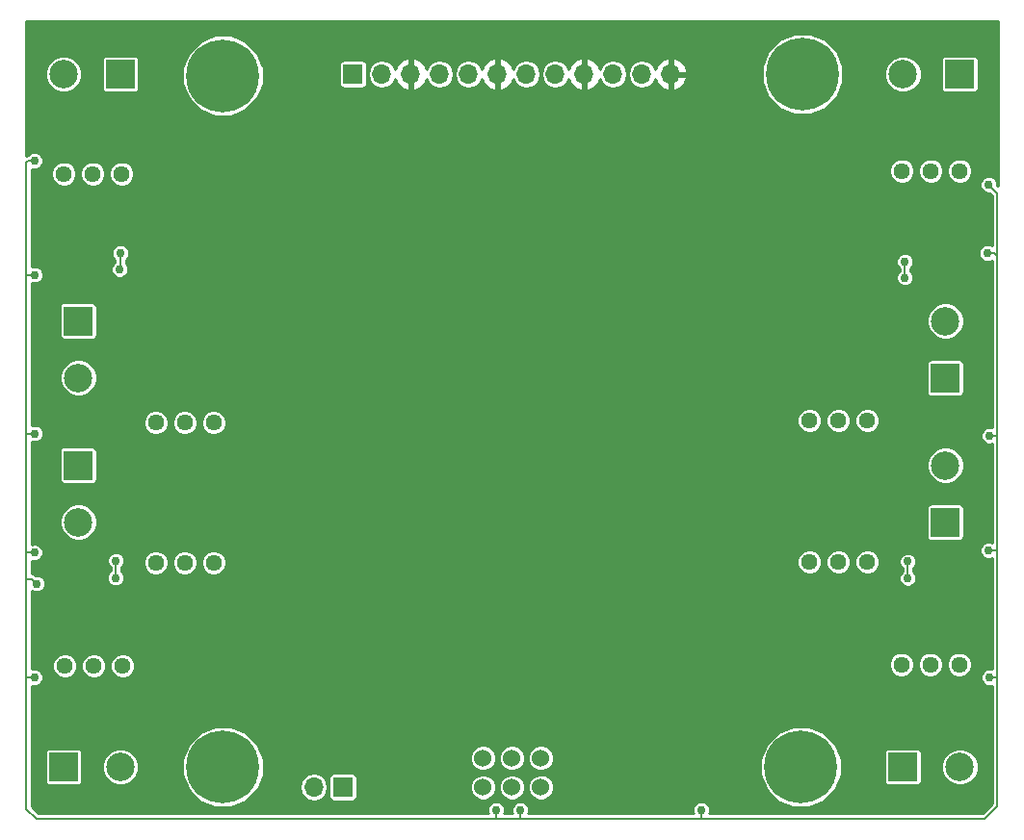
<source format=gbr>
G04 #@! TF.FileFunction,Copper,L2,Bot,Signal*
%FSLAX46Y46*%
G04 Gerber Fmt 4.6, Leading zero omitted, Abs format (unit mm)*
G04 Created by KiCad (PCBNEW 4.0.6) date Tue Apr  4 15:20:24 2017*
%MOMM*%
%LPD*%
G01*
G04 APERTURE LIST*
%ADD10C,0.088900*%
%ADD11C,1.440000*%
%ADD12R,1.700000X1.700000*%
%ADD13O,1.700000X1.700000*%
%ADD14C,6.400000*%
%ADD15C,2.500000*%
%ADD16R,2.500000X2.500000*%
%ADD17C,1.524000*%
%ADD18C,0.754380*%
%ADD19C,0.203200*%
%ADD20C,0.254000*%
G04 APERTURE END LIST*
D10*
D11*
X123634500Y-120459500D03*
X121094500Y-120459500D03*
X118554500Y-120459500D03*
D12*
X135001000Y-140208000D03*
D13*
X132461000Y-140208000D03*
D14*
X175387000Y-77470000D03*
X124460000Y-77597000D03*
X175260000Y-138430000D03*
X124460000Y-138430000D03*
D12*
X135890001Y-77470000D03*
D13*
X138430001Y-77470000D03*
X140970001Y-77470000D03*
X143510001Y-77470000D03*
X146050001Y-77470000D03*
X148590001Y-77470000D03*
X151130001Y-77470000D03*
X153670001Y-77470000D03*
X156210001Y-77470000D03*
X158750001Y-77470000D03*
X161290001Y-77470000D03*
X163830001Y-77470000D03*
D15*
X110443000Y-77470000D03*
D16*
X115443000Y-77470000D03*
D15*
X111760000Y-104187000D03*
D16*
X111760000Y-99187000D03*
D15*
X111759998Y-116887001D03*
D16*
X111759998Y-111887001D03*
D15*
X115443000Y-138430000D03*
D16*
X110443000Y-138430000D03*
D15*
X189230000Y-138430000D03*
D16*
X184230000Y-138430000D03*
D15*
X187959999Y-111887001D03*
D16*
X187959999Y-116887001D03*
D15*
X187960000Y-99186998D03*
D16*
X187960000Y-104186998D03*
D15*
X184230000Y-77470000D03*
D16*
X189230000Y-77470000D03*
D17*
X149860000Y-140208000D03*
X152400000Y-140208000D03*
X147320000Y-140208000D03*
X147300000Y-137658000D03*
X149840000Y-137658000D03*
X152380000Y-137658000D03*
D11*
X110490000Y-86233000D03*
X113030000Y-86233000D03*
X115570000Y-86233000D03*
X118554500Y-108140500D03*
X121094500Y-108140500D03*
X123634500Y-108140500D03*
X110553497Y-129539999D03*
X113093497Y-129539999D03*
X115633497Y-129539999D03*
X184086500Y-129413000D03*
X186626500Y-129413000D03*
X189166500Y-129413000D03*
X181102000Y-120396000D03*
X178562000Y-120396000D03*
X176022000Y-120396000D03*
X176021997Y-107949999D03*
X178561997Y-107949999D03*
X181101997Y-107949999D03*
X184150000Y-85979000D03*
X186690000Y-85979000D03*
X189230000Y-85979000D03*
D18*
X146875500Y-130175000D03*
X149987000Y-125222001D03*
X161290000Y-94488000D03*
X158496000Y-94488000D03*
X165989000Y-84582000D03*
X168402000Y-91313000D03*
X166116002Y-97155000D03*
X168529000Y-104267000D03*
X166116000Y-109982000D03*
X168656000Y-116586000D03*
X161417000Y-121412000D03*
X158242000Y-120904000D03*
X166243000Y-123063000D03*
X168529000Y-129540000D03*
X133857998Y-131191000D03*
X131318000Y-124460000D03*
X138049000Y-121158000D03*
X141224000Y-121539000D03*
X133731000Y-118364000D03*
X130937000Y-111760000D03*
X133731000Y-105663988D03*
X131064000Y-99187000D03*
X138049000Y-94615000D03*
X141097000Y-94869000D03*
X133604000Y-93091000D03*
X130937000Y-86360000D03*
X164210795Y-88254934D03*
X187325000Y-90805000D03*
X112395000Y-90424000D03*
X138557000Y-88900000D03*
X135590309Y-102501086D03*
X135382000Y-89281000D03*
X135382000Y-114554000D03*
X112395000Y-125349000D03*
X135559992Y-127762000D03*
X187325000Y-125095001D03*
X164211000Y-101219000D03*
X164160008Y-113411000D03*
X164084000Y-126746000D03*
X161036000Y-127127000D03*
X138684000Y-127254000D03*
X138557000Y-115189000D03*
X138557000Y-100711000D03*
X161162990Y-100584000D03*
X161163000Y-88496264D03*
X161163000Y-115031612D03*
X153289000Y-128016000D03*
X146304000Y-126365000D03*
X115384275Y-94636600D03*
X115443000Y-93218000D03*
X115020020Y-121793000D03*
X115062000Y-120269000D03*
X184658032Y-121814600D03*
X184658000Y-120352809D03*
X184404000Y-93980000D03*
X184404000Y-95377000D03*
X191770000Y-87185500D03*
X191833500Y-109283500D03*
X191833500Y-130556000D03*
X107886500Y-130556000D03*
X107886500Y-119570500D03*
X107950000Y-109093000D03*
X107886500Y-85090000D03*
X166497000Y-142240000D03*
X150600400Y-142240000D03*
X148463000Y-142240000D03*
X191643000Y-93218002D03*
X191770000Y-119380000D03*
X107950000Y-95123000D03*
X108077000Y-122301000D03*
D19*
X115443000Y-94577875D02*
X115384275Y-94636600D01*
X115443000Y-93218000D02*
X115443000Y-94577875D01*
X115062000Y-121751020D02*
X115020020Y-121793000D01*
X115062000Y-120269000D02*
X115062000Y-121751020D01*
X184658000Y-121814568D02*
X184658032Y-121814600D01*
X184658000Y-120352809D02*
X184658000Y-121814568D01*
X184404000Y-95377000D02*
X184404000Y-93980000D01*
X191770000Y-87185500D02*
X192532000Y-87947500D01*
X192532000Y-87947500D02*
X192532000Y-93472000D01*
X191833500Y-109283500D02*
X192468500Y-109283500D01*
X192468500Y-109283500D02*
X192532000Y-109347000D01*
X192532000Y-141859000D02*
X192532000Y-130556000D01*
X192532000Y-130556000D02*
X192532000Y-124333000D01*
X191833500Y-130556000D02*
X192532000Y-130556000D01*
X107188000Y-130556000D02*
X107188000Y-142113000D01*
X107188000Y-121920000D02*
X107188000Y-130556000D01*
X107188000Y-130556000D02*
X107886500Y-130556000D01*
X107188000Y-142113000D02*
X108077000Y-143002000D01*
X108077000Y-143002000D02*
X138557000Y-143002000D01*
X138557000Y-143002000D02*
X148463000Y-143002000D01*
X107188000Y-121285000D02*
X107188000Y-119570500D01*
X107188000Y-119570500D02*
X107188000Y-113411000D01*
X107886500Y-119570500D02*
X107188000Y-119570500D01*
X107188000Y-113411000D02*
X107188000Y-109093000D01*
X107188000Y-109093000D02*
X107188000Y-100838000D01*
X107950000Y-109093000D02*
X107188000Y-109093000D01*
X107886500Y-85090000D02*
X107315000Y-85090000D01*
X107315000Y-85090000D02*
X107188000Y-85217000D01*
X107188000Y-95123000D02*
X107188000Y-85217000D01*
X163195000Y-143002000D02*
X166497000Y-143002000D01*
X166497000Y-143002000D02*
X167767000Y-143002000D01*
X166497000Y-142240000D02*
X166497000Y-142773427D01*
X166497000Y-142773427D02*
X166497000Y-143002000D01*
X150600400Y-142773427D02*
X150600400Y-142240000D01*
X150622000Y-143002000D02*
X150600400Y-142980400D01*
X150600400Y-142980400D02*
X150600400Y-142773427D01*
X148463000Y-143002000D02*
X150622000Y-143002000D01*
X148463000Y-142240000D02*
X148463000Y-143002000D01*
X167767000Y-143002000D02*
X185928000Y-143002000D01*
X150622000Y-143002000D02*
X151959919Y-143002000D01*
X151959919Y-143002000D02*
X158623000Y-143002000D01*
X158623000Y-143002000D02*
X161544000Y-143002000D01*
X161544000Y-143002000D02*
X163195000Y-143002000D01*
X163195000Y-143002000D02*
X161671000Y-143002000D01*
X192278002Y-93218002D02*
X192176427Y-93218002D01*
X192532000Y-93472000D02*
X192278002Y-93218002D01*
X192176427Y-93218002D02*
X191643000Y-93218002D01*
X192532000Y-120523000D02*
X192532000Y-119380000D01*
X192532000Y-119380000D02*
X192532000Y-118618000D01*
X191770000Y-119380000D02*
X192532000Y-119380000D01*
X192532000Y-94742000D02*
X192532000Y-93472000D01*
X192532000Y-122428000D02*
X192532000Y-120523000D01*
X192532000Y-96266000D02*
X192532000Y-94742000D01*
X192532000Y-102489000D02*
X192532000Y-96266000D01*
X192532000Y-124333000D02*
X192532000Y-122428000D01*
X192532000Y-118618000D02*
X192532000Y-115189000D01*
X192532000Y-109347000D02*
X192532000Y-102489000D01*
X192532000Y-115189000D02*
X192532000Y-114300000D01*
X185928000Y-143002000D02*
X191389000Y-143002000D01*
X192532000Y-114300000D02*
X192532000Y-114173000D01*
X192532000Y-114173000D02*
X192532000Y-109347000D01*
X191389000Y-143002000D02*
X192532000Y-141859000D01*
X107696000Y-121920000D02*
X107699811Y-121923811D01*
X107699811Y-121923811D02*
X108077000Y-122301000D01*
X107188000Y-95123000D02*
X107188000Y-96012000D01*
X107950000Y-95123000D02*
X107188000Y-95123000D01*
X107188000Y-121920000D02*
X107696000Y-121920000D01*
X107188000Y-121920000D02*
X107188000Y-121285000D01*
X107188000Y-96012000D02*
X107188000Y-97663000D01*
X107188000Y-97663000D02*
X107188000Y-100838000D01*
D20*
G36*
X192584000Y-87317000D02*
X192528124Y-87261124D01*
X192528321Y-87035348D01*
X192413137Y-86756581D01*
X192200041Y-86543112D01*
X191921475Y-86427442D01*
X191619848Y-86427179D01*
X191341081Y-86542363D01*
X191127612Y-86755459D01*
X191011942Y-87034025D01*
X191011679Y-87335652D01*
X191126863Y-87614419D01*
X191339959Y-87827888D01*
X191618525Y-87943558D01*
X191845756Y-87943756D01*
X192049400Y-88147400D01*
X192049400Y-92565797D01*
X191794475Y-92459944D01*
X191492848Y-92459681D01*
X191214081Y-92574865D01*
X191000612Y-92787961D01*
X190884942Y-93066527D01*
X190884679Y-93368154D01*
X190999863Y-93646921D01*
X191212959Y-93860390D01*
X191491525Y-93976060D01*
X191793152Y-93976323D01*
X192049400Y-93870444D01*
X192049400Y-108552193D01*
X191984975Y-108525442D01*
X191683348Y-108525179D01*
X191404581Y-108640363D01*
X191191112Y-108853459D01*
X191075442Y-109132025D01*
X191075179Y-109433652D01*
X191190363Y-109712419D01*
X191403459Y-109925888D01*
X191682025Y-110041558D01*
X191983652Y-110041821D01*
X192049400Y-110014655D01*
X192049400Y-118675061D01*
X191921475Y-118621942D01*
X191619848Y-118621679D01*
X191341081Y-118736863D01*
X191127612Y-118949959D01*
X191011942Y-119228525D01*
X191011679Y-119530152D01*
X191126863Y-119808919D01*
X191339959Y-120022388D01*
X191618525Y-120138058D01*
X191920152Y-120138321D01*
X192049400Y-120084917D01*
X192049400Y-129824693D01*
X191984975Y-129797942D01*
X191683348Y-129797679D01*
X191404581Y-129912863D01*
X191191112Y-130125959D01*
X191075442Y-130404525D01*
X191075179Y-130706152D01*
X191190363Y-130984919D01*
X191403459Y-131198388D01*
X191682025Y-131314058D01*
X191983652Y-131314321D01*
X192049400Y-131287155D01*
X192049400Y-141659100D01*
X191189100Y-142519400D01*
X167201939Y-142519400D01*
X167255058Y-142391475D01*
X167255321Y-142089848D01*
X167140137Y-141811081D01*
X166927041Y-141597612D01*
X166648475Y-141481942D01*
X166346848Y-141481679D01*
X166068081Y-141596863D01*
X165854612Y-141809959D01*
X165738942Y-142088525D01*
X165738679Y-142390152D01*
X165792083Y-142519400D01*
X151305339Y-142519400D01*
X151358458Y-142391475D01*
X151358721Y-142089848D01*
X151243537Y-141811081D01*
X151030441Y-141597612D01*
X150751875Y-141481942D01*
X150450248Y-141481679D01*
X150171481Y-141596863D01*
X149958012Y-141809959D01*
X149842342Y-142088525D01*
X149842079Y-142390152D01*
X149895483Y-142519400D01*
X149167939Y-142519400D01*
X149221058Y-142391475D01*
X149221321Y-142089848D01*
X149106137Y-141811081D01*
X148893041Y-141597612D01*
X148614475Y-141481942D01*
X148312848Y-141481679D01*
X148034081Y-141596863D01*
X147820612Y-141809959D01*
X147704942Y-142088525D01*
X147704679Y-142390152D01*
X147758083Y-142519400D01*
X108276900Y-142519400D01*
X107670600Y-141913100D01*
X107670600Y-137180000D01*
X108804536Y-137180000D01*
X108804536Y-139680000D01*
X108831103Y-139821190D01*
X108914546Y-139950865D01*
X109041866Y-140037859D01*
X109193000Y-140068464D01*
X111693000Y-140068464D01*
X111834190Y-140041897D01*
X111963865Y-139958454D01*
X112050859Y-139831134D01*
X112081464Y-139680000D01*
X112081464Y-138753003D01*
X113811718Y-138753003D01*
X114059499Y-139352680D01*
X114517907Y-139811888D01*
X115117151Y-140060716D01*
X115766003Y-140061282D01*
X116365680Y-139813501D01*
X116824888Y-139355093D01*
X116914542Y-139139180D01*
X120878380Y-139139180D01*
X121422406Y-140455824D01*
X122428878Y-141464054D01*
X123744570Y-142010377D01*
X125169180Y-142011620D01*
X126485824Y-141467594D01*
X127494054Y-140461122D01*
X127609173Y-140183883D01*
X131230000Y-140183883D01*
X131230000Y-140232117D01*
X131323704Y-140703200D01*
X131590552Y-141102565D01*
X131989917Y-141369413D01*
X132461000Y-141463117D01*
X132932083Y-141369413D01*
X133331448Y-141102565D01*
X133598296Y-140703200D01*
X133692000Y-140232117D01*
X133692000Y-140183883D01*
X133598296Y-139712800D01*
X133361226Y-139358000D01*
X133762536Y-139358000D01*
X133762536Y-141058000D01*
X133789103Y-141199190D01*
X133872546Y-141328865D01*
X133999866Y-141415859D01*
X134151000Y-141446464D01*
X135851000Y-141446464D01*
X135992190Y-141419897D01*
X136121865Y-141336454D01*
X136208859Y-141209134D01*
X136239464Y-141058000D01*
X136239464Y-140434359D01*
X146176802Y-140434359D01*
X146350446Y-140854612D01*
X146671697Y-141176423D01*
X147091646Y-141350801D01*
X147546359Y-141351198D01*
X147966612Y-141177554D01*
X148288423Y-140856303D01*
X148462801Y-140436354D01*
X148462802Y-140434359D01*
X148716802Y-140434359D01*
X148890446Y-140854612D01*
X149211697Y-141176423D01*
X149631646Y-141350801D01*
X150086359Y-141351198D01*
X150506612Y-141177554D01*
X150828423Y-140856303D01*
X151002801Y-140436354D01*
X151002802Y-140434359D01*
X151256802Y-140434359D01*
X151430446Y-140854612D01*
X151751697Y-141176423D01*
X152171646Y-141350801D01*
X152626359Y-141351198D01*
X153046612Y-141177554D01*
X153368423Y-140856303D01*
X153542801Y-140436354D01*
X153543198Y-139981641D01*
X153369554Y-139561388D01*
X153048303Y-139239577D01*
X152806521Y-139139180D01*
X171678380Y-139139180D01*
X172222406Y-140455824D01*
X173228878Y-141464054D01*
X174544570Y-142010377D01*
X175969180Y-142011620D01*
X177285824Y-141467594D01*
X178294054Y-140461122D01*
X178840377Y-139145430D01*
X178841620Y-137720820D01*
X178618158Y-137180000D01*
X182591536Y-137180000D01*
X182591536Y-139680000D01*
X182618103Y-139821190D01*
X182701546Y-139950865D01*
X182828866Y-140037859D01*
X182980000Y-140068464D01*
X185480000Y-140068464D01*
X185621190Y-140041897D01*
X185750865Y-139958454D01*
X185837859Y-139831134D01*
X185868464Y-139680000D01*
X185868464Y-138753003D01*
X187598718Y-138753003D01*
X187846499Y-139352680D01*
X188304907Y-139811888D01*
X188904151Y-140060716D01*
X189553003Y-140061282D01*
X190152680Y-139813501D01*
X190611888Y-139355093D01*
X190860716Y-138755849D01*
X190861282Y-138106997D01*
X190613501Y-137507320D01*
X190155093Y-137048112D01*
X189555849Y-136799284D01*
X188906997Y-136798718D01*
X188307320Y-137046499D01*
X187848112Y-137504907D01*
X187599284Y-138104151D01*
X187598718Y-138753003D01*
X185868464Y-138753003D01*
X185868464Y-137180000D01*
X185841897Y-137038810D01*
X185758454Y-136909135D01*
X185631134Y-136822141D01*
X185480000Y-136791536D01*
X182980000Y-136791536D01*
X182838810Y-136818103D01*
X182709135Y-136901546D01*
X182622141Y-137028866D01*
X182591536Y-137180000D01*
X178618158Y-137180000D01*
X178297594Y-136404176D01*
X177291122Y-135395946D01*
X175975430Y-134849623D01*
X174550820Y-134848380D01*
X173234176Y-135392406D01*
X172225946Y-136398878D01*
X171679623Y-137714570D01*
X171678380Y-139139180D01*
X152806521Y-139139180D01*
X152628354Y-139065199D01*
X152173641Y-139064802D01*
X151753388Y-139238446D01*
X151431577Y-139559697D01*
X151257199Y-139979646D01*
X151256802Y-140434359D01*
X151002802Y-140434359D01*
X151003198Y-139981641D01*
X150829554Y-139561388D01*
X150508303Y-139239577D01*
X150088354Y-139065199D01*
X149633641Y-139064802D01*
X149213388Y-139238446D01*
X148891577Y-139559697D01*
X148717199Y-139979646D01*
X148716802Y-140434359D01*
X148462802Y-140434359D01*
X148463198Y-139981641D01*
X148289554Y-139561388D01*
X147968303Y-139239577D01*
X147548354Y-139065199D01*
X147093641Y-139064802D01*
X146673388Y-139238446D01*
X146351577Y-139559697D01*
X146177199Y-139979646D01*
X146176802Y-140434359D01*
X136239464Y-140434359D01*
X136239464Y-139358000D01*
X136212897Y-139216810D01*
X136129454Y-139087135D01*
X136002134Y-139000141D01*
X135851000Y-138969536D01*
X134151000Y-138969536D01*
X134009810Y-138996103D01*
X133880135Y-139079546D01*
X133793141Y-139206866D01*
X133762536Y-139358000D01*
X133361226Y-139358000D01*
X133331448Y-139313435D01*
X132932083Y-139046587D01*
X132461000Y-138952883D01*
X131989917Y-139046587D01*
X131590552Y-139313435D01*
X131323704Y-139712800D01*
X131230000Y-140183883D01*
X127609173Y-140183883D01*
X128040377Y-139145430D01*
X128041477Y-137884359D01*
X146156802Y-137884359D01*
X146330446Y-138304612D01*
X146651697Y-138626423D01*
X147071646Y-138800801D01*
X147526359Y-138801198D01*
X147946612Y-138627554D01*
X148268423Y-138306303D01*
X148442801Y-137886354D01*
X148442802Y-137884359D01*
X148696802Y-137884359D01*
X148870446Y-138304612D01*
X149191697Y-138626423D01*
X149611646Y-138800801D01*
X150066359Y-138801198D01*
X150486612Y-138627554D01*
X150808423Y-138306303D01*
X150982801Y-137886354D01*
X150982802Y-137884359D01*
X151236802Y-137884359D01*
X151410446Y-138304612D01*
X151731697Y-138626423D01*
X152151646Y-138800801D01*
X152606359Y-138801198D01*
X153026612Y-138627554D01*
X153348423Y-138306303D01*
X153522801Y-137886354D01*
X153523198Y-137431641D01*
X153349554Y-137011388D01*
X153028303Y-136689577D01*
X152608354Y-136515199D01*
X152153641Y-136514802D01*
X151733388Y-136688446D01*
X151411577Y-137009697D01*
X151237199Y-137429646D01*
X151236802Y-137884359D01*
X150982802Y-137884359D01*
X150983198Y-137431641D01*
X150809554Y-137011388D01*
X150488303Y-136689577D01*
X150068354Y-136515199D01*
X149613641Y-136514802D01*
X149193388Y-136688446D01*
X148871577Y-137009697D01*
X148697199Y-137429646D01*
X148696802Y-137884359D01*
X148442802Y-137884359D01*
X148443198Y-137431641D01*
X148269554Y-137011388D01*
X147948303Y-136689577D01*
X147528354Y-136515199D01*
X147073641Y-136514802D01*
X146653388Y-136688446D01*
X146331577Y-137009697D01*
X146157199Y-137429646D01*
X146156802Y-137884359D01*
X128041477Y-137884359D01*
X128041620Y-137720820D01*
X127497594Y-136404176D01*
X126491122Y-135395946D01*
X125175430Y-134849623D01*
X123750820Y-134848380D01*
X122434176Y-135392406D01*
X121425946Y-136398878D01*
X120879623Y-137714570D01*
X120878380Y-139139180D01*
X116914542Y-139139180D01*
X117073716Y-138755849D01*
X117074282Y-138106997D01*
X116826501Y-137507320D01*
X116368093Y-137048112D01*
X115768849Y-136799284D01*
X115119997Y-136798718D01*
X114520320Y-137046499D01*
X114061112Y-137504907D01*
X113812284Y-138104151D01*
X113811718Y-138753003D01*
X112081464Y-138753003D01*
X112081464Y-137180000D01*
X112054897Y-137038810D01*
X111971454Y-136909135D01*
X111844134Y-136822141D01*
X111693000Y-136791536D01*
X109193000Y-136791536D01*
X109051810Y-136818103D01*
X108922135Y-136901546D01*
X108835141Y-137028866D01*
X108804536Y-137180000D01*
X107670600Y-137180000D01*
X107670600Y-131287307D01*
X107735025Y-131314058D01*
X108036652Y-131314321D01*
X108315419Y-131199137D01*
X108528888Y-130986041D01*
X108644558Y-130707475D01*
X108644821Y-130405848D01*
X108529637Y-130127081D01*
X108316541Y-129913612D01*
X108037975Y-129797942D01*
X107736348Y-129797679D01*
X107670600Y-129824845D01*
X107670600Y-129758041D01*
X109452306Y-129758041D01*
X109619570Y-130162851D01*
X109929016Y-130472837D01*
X110333534Y-130640808D01*
X110771539Y-130641190D01*
X111176349Y-130473926D01*
X111486335Y-130164480D01*
X111654306Y-129759962D01*
X111654307Y-129758041D01*
X111992306Y-129758041D01*
X112159570Y-130162851D01*
X112469016Y-130472837D01*
X112873534Y-130640808D01*
X113311539Y-130641190D01*
X113716349Y-130473926D01*
X114026335Y-130164480D01*
X114194306Y-129759962D01*
X114194307Y-129758041D01*
X114532306Y-129758041D01*
X114699570Y-130162851D01*
X115009016Y-130472837D01*
X115413534Y-130640808D01*
X115851539Y-130641190D01*
X116256349Y-130473926D01*
X116566335Y-130164480D01*
X116734306Y-129759962D01*
X116734418Y-129631042D01*
X182985309Y-129631042D01*
X183152573Y-130035852D01*
X183462019Y-130345838D01*
X183866537Y-130513809D01*
X184304542Y-130514191D01*
X184709352Y-130346927D01*
X185019338Y-130037481D01*
X185187309Y-129632963D01*
X185187310Y-129631042D01*
X185525309Y-129631042D01*
X185692573Y-130035852D01*
X186002019Y-130345838D01*
X186406537Y-130513809D01*
X186844542Y-130514191D01*
X187249352Y-130346927D01*
X187559338Y-130037481D01*
X187727309Y-129632963D01*
X187727310Y-129631042D01*
X188065309Y-129631042D01*
X188232573Y-130035852D01*
X188542019Y-130345838D01*
X188946537Y-130513809D01*
X189384542Y-130514191D01*
X189789352Y-130346927D01*
X190099338Y-130037481D01*
X190267309Y-129632963D01*
X190267691Y-129194958D01*
X190100427Y-128790148D01*
X189790981Y-128480162D01*
X189386463Y-128312191D01*
X188948458Y-128311809D01*
X188543648Y-128479073D01*
X188233662Y-128788519D01*
X188065691Y-129193037D01*
X188065309Y-129631042D01*
X187727310Y-129631042D01*
X187727691Y-129194958D01*
X187560427Y-128790148D01*
X187250981Y-128480162D01*
X186846463Y-128312191D01*
X186408458Y-128311809D01*
X186003648Y-128479073D01*
X185693662Y-128788519D01*
X185525691Y-129193037D01*
X185525309Y-129631042D01*
X185187310Y-129631042D01*
X185187691Y-129194958D01*
X185020427Y-128790148D01*
X184710981Y-128480162D01*
X184306463Y-128312191D01*
X183868458Y-128311809D01*
X183463648Y-128479073D01*
X183153662Y-128788519D01*
X182985691Y-129193037D01*
X182985309Y-129631042D01*
X116734418Y-129631042D01*
X116734688Y-129321957D01*
X116567424Y-128917147D01*
X116257978Y-128607161D01*
X115853460Y-128439190D01*
X115415455Y-128438808D01*
X115010645Y-128606072D01*
X114700659Y-128915518D01*
X114532688Y-129320036D01*
X114532306Y-129758041D01*
X114194307Y-129758041D01*
X114194688Y-129321957D01*
X114027424Y-128917147D01*
X113717978Y-128607161D01*
X113313460Y-128439190D01*
X112875455Y-128438808D01*
X112470645Y-128606072D01*
X112160659Y-128915518D01*
X111992688Y-129320036D01*
X111992306Y-129758041D01*
X111654307Y-129758041D01*
X111654688Y-129321957D01*
X111487424Y-128917147D01*
X111177978Y-128607161D01*
X110773460Y-128439190D01*
X110335455Y-128438808D01*
X109930645Y-128606072D01*
X109620659Y-128915518D01*
X109452688Y-129320036D01*
X109452306Y-129758041D01*
X107670600Y-129758041D01*
X107670600Y-122953205D01*
X107925525Y-123059058D01*
X108227152Y-123059321D01*
X108505919Y-122944137D01*
X108719388Y-122731041D01*
X108835058Y-122452475D01*
X108835321Y-122150848D01*
X108749503Y-121943152D01*
X114261699Y-121943152D01*
X114376883Y-122221919D01*
X114589979Y-122435388D01*
X114868545Y-122551058D01*
X115170172Y-122551321D01*
X115448939Y-122436137D01*
X115662408Y-122223041D01*
X115778078Y-121944475D01*
X115778341Y-121642848D01*
X115663157Y-121364081D01*
X115544600Y-121245316D01*
X115544600Y-120858550D01*
X115704388Y-120699041D01*
X115713315Y-120677542D01*
X117453309Y-120677542D01*
X117620573Y-121082352D01*
X117930019Y-121392338D01*
X118334537Y-121560309D01*
X118772542Y-121560691D01*
X119177352Y-121393427D01*
X119487338Y-121083981D01*
X119655309Y-120679463D01*
X119655310Y-120677542D01*
X119993309Y-120677542D01*
X120160573Y-121082352D01*
X120470019Y-121392338D01*
X120874537Y-121560309D01*
X121312542Y-121560691D01*
X121717352Y-121393427D01*
X122027338Y-121083981D01*
X122195309Y-120679463D01*
X122195310Y-120677542D01*
X122533309Y-120677542D01*
X122700573Y-121082352D01*
X123010019Y-121392338D01*
X123414537Y-121560309D01*
X123852542Y-121560691D01*
X124257352Y-121393427D01*
X124567338Y-121083981D01*
X124735309Y-120679463D01*
X124735366Y-120614042D01*
X174920809Y-120614042D01*
X175088073Y-121018852D01*
X175397519Y-121328838D01*
X175802037Y-121496809D01*
X176240042Y-121497191D01*
X176644852Y-121329927D01*
X176954838Y-121020481D01*
X177122809Y-120615963D01*
X177122810Y-120614042D01*
X177460809Y-120614042D01*
X177628073Y-121018852D01*
X177937519Y-121328838D01*
X178342037Y-121496809D01*
X178780042Y-121497191D01*
X179184852Y-121329927D01*
X179494838Y-121020481D01*
X179662809Y-120615963D01*
X179662810Y-120614042D01*
X180000809Y-120614042D01*
X180168073Y-121018852D01*
X180477519Y-121328838D01*
X180882037Y-121496809D01*
X181320042Y-121497191D01*
X181724852Y-121329927D01*
X182034838Y-121020481D01*
X182202809Y-120615963D01*
X182202907Y-120502961D01*
X183899679Y-120502961D01*
X184014863Y-120781728D01*
X184175400Y-120942546D01*
X184175400Y-121225082D01*
X184015644Y-121384559D01*
X183899974Y-121663125D01*
X183899711Y-121964752D01*
X184014895Y-122243519D01*
X184227991Y-122456988D01*
X184506557Y-122572658D01*
X184808184Y-122572921D01*
X185086951Y-122457737D01*
X185300420Y-122244641D01*
X185416090Y-121966075D01*
X185416353Y-121664448D01*
X185301169Y-121385681D01*
X185140600Y-121224831D01*
X185140600Y-120942359D01*
X185300388Y-120782850D01*
X185416058Y-120504284D01*
X185416321Y-120202657D01*
X185301137Y-119923890D01*
X185088041Y-119710421D01*
X184809475Y-119594751D01*
X184507848Y-119594488D01*
X184229081Y-119709672D01*
X184015612Y-119922768D01*
X183899942Y-120201334D01*
X183899679Y-120502961D01*
X182202907Y-120502961D01*
X182203191Y-120177958D01*
X182035927Y-119773148D01*
X181726481Y-119463162D01*
X181321963Y-119295191D01*
X180883958Y-119294809D01*
X180479148Y-119462073D01*
X180169162Y-119771519D01*
X180001191Y-120176037D01*
X180000809Y-120614042D01*
X179662810Y-120614042D01*
X179663191Y-120177958D01*
X179495927Y-119773148D01*
X179186481Y-119463162D01*
X178781963Y-119295191D01*
X178343958Y-119294809D01*
X177939148Y-119462073D01*
X177629162Y-119771519D01*
X177461191Y-120176037D01*
X177460809Y-120614042D01*
X177122810Y-120614042D01*
X177123191Y-120177958D01*
X176955927Y-119773148D01*
X176646481Y-119463162D01*
X176241963Y-119295191D01*
X175803958Y-119294809D01*
X175399148Y-119462073D01*
X175089162Y-119771519D01*
X174921191Y-120176037D01*
X174920809Y-120614042D01*
X124735366Y-120614042D01*
X124735691Y-120241458D01*
X124568427Y-119836648D01*
X124258981Y-119526662D01*
X123854463Y-119358691D01*
X123416458Y-119358309D01*
X123011648Y-119525573D01*
X122701662Y-119835019D01*
X122533691Y-120239537D01*
X122533309Y-120677542D01*
X122195310Y-120677542D01*
X122195691Y-120241458D01*
X122028427Y-119836648D01*
X121718981Y-119526662D01*
X121314463Y-119358691D01*
X120876458Y-119358309D01*
X120471648Y-119525573D01*
X120161662Y-119835019D01*
X119993691Y-120239537D01*
X119993309Y-120677542D01*
X119655310Y-120677542D01*
X119655691Y-120241458D01*
X119488427Y-119836648D01*
X119178981Y-119526662D01*
X118774463Y-119358691D01*
X118336458Y-119358309D01*
X117931648Y-119525573D01*
X117621662Y-119835019D01*
X117453691Y-120239537D01*
X117453309Y-120677542D01*
X115713315Y-120677542D01*
X115820058Y-120420475D01*
X115820321Y-120118848D01*
X115705137Y-119840081D01*
X115492041Y-119626612D01*
X115213475Y-119510942D01*
X114911848Y-119510679D01*
X114633081Y-119625863D01*
X114419612Y-119838959D01*
X114303942Y-120117525D01*
X114303679Y-120419152D01*
X114418863Y-120697919D01*
X114579400Y-120858737D01*
X114579400Y-121161544D01*
X114377632Y-121362959D01*
X114261962Y-121641525D01*
X114261699Y-121943152D01*
X108749503Y-121943152D01*
X108720137Y-121872081D01*
X108507041Y-121658612D01*
X108228475Y-121542942D01*
X107983339Y-121542728D01*
X107880683Y-121474136D01*
X107696000Y-121437400D01*
X107670600Y-121437400D01*
X107670600Y-120301807D01*
X107735025Y-120328558D01*
X108036652Y-120328821D01*
X108315419Y-120213637D01*
X108528888Y-120000541D01*
X108644558Y-119721975D01*
X108644821Y-119420348D01*
X108529637Y-119141581D01*
X108316541Y-118928112D01*
X108037975Y-118812442D01*
X107736348Y-118812179D01*
X107670600Y-118839345D01*
X107670600Y-117210004D01*
X110128716Y-117210004D01*
X110376497Y-117809681D01*
X110834905Y-118268889D01*
X111434149Y-118517717D01*
X112083001Y-118518283D01*
X112682678Y-118270502D01*
X113141886Y-117812094D01*
X113390714Y-117212850D01*
X113391280Y-116563998D01*
X113143499Y-115964321D01*
X112816750Y-115637001D01*
X186321535Y-115637001D01*
X186321535Y-118137001D01*
X186348102Y-118278191D01*
X186431545Y-118407866D01*
X186558865Y-118494860D01*
X186709999Y-118525465D01*
X189209999Y-118525465D01*
X189351189Y-118498898D01*
X189480864Y-118415455D01*
X189567858Y-118288135D01*
X189598463Y-118137001D01*
X189598463Y-115637001D01*
X189571896Y-115495811D01*
X189488453Y-115366136D01*
X189361133Y-115279142D01*
X189209999Y-115248537D01*
X186709999Y-115248537D01*
X186568809Y-115275104D01*
X186439134Y-115358547D01*
X186352140Y-115485867D01*
X186321535Y-115637001D01*
X112816750Y-115637001D01*
X112685091Y-115505113D01*
X112085847Y-115256285D01*
X111436995Y-115255719D01*
X110837318Y-115503500D01*
X110378110Y-115961908D01*
X110129282Y-116561152D01*
X110128716Y-117210004D01*
X107670600Y-117210004D01*
X107670600Y-110637001D01*
X110121534Y-110637001D01*
X110121534Y-113137001D01*
X110148101Y-113278191D01*
X110231544Y-113407866D01*
X110358864Y-113494860D01*
X110509998Y-113525465D01*
X113009998Y-113525465D01*
X113151188Y-113498898D01*
X113280863Y-113415455D01*
X113367857Y-113288135D01*
X113398462Y-113137001D01*
X113398462Y-112210004D01*
X186328717Y-112210004D01*
X186576498Y-112809681D01*
X187034906Y-113268889D01*
X187634150Y-113517717D01*
X188283002Y-113518283D01*
X188882679Y-113270502D01*
X189341887Y-112812094D01*
X189590715Y-112212850D01*
X189591281Y-111563998D01*
X189343500Y-110964321D01*
X188885092Y-110505113D01*
X188285848Y-110256285D01*
X187636996Y-110255719D01*
X187037319Y-110503500D01*
X186578111Y-110961908D01*
X186329283Y-111561152D01*
X186328717Y-112210004D01*
X113398462Y-112210004D01*
X113398462Y-110637001D01*
X113371895Y-110495811D01*
X113288452Y-110366136D01*
X113161132Y-110279142D01*
X113009998Y-110248537D01*
X110509998Y-110248537D01*
X110368808Y-110275104D01*
X110239133Y-110358547D01*
X110152139Y-110485867D01*
X110121534Y-110637001D01*
X107670600Y-110637001D01*
X107670600Y-109797939D01*
X107798525Y-109851058D01*
X108100152Y-109851321D01*
X108378919Y-109736137D01*
X108592388Y-109523041D01*
X108708058Y-109244475D01*
X108708321Y-108942848D01*
X108593137Y-108664081D01*
X108380041Y-108450612D01*
X108158311Y-108358542D01*
X117453309Y-108358542D01*
X117620573Y-108763352D01*
X117930019Y-109073338D01*
X118334537Y-109241309D01*
X118772542Y-109241691D01*
X119177352Y-109074427D01*
X119487338Y-108764981D01*
X119655309Y-108360463D01*
X119655310Y-108358542D01*
X119993309Y-108358542D01*
X120160573Y-108763352D01*
X120470019Y-109073338D01*
X120874537Y-109241309D01*
X121312542Y-109241691D01*
X121717352Y-109074427D01*
X122027338Y-108764981D01*
X122195309Y-108360463D01*
X122195310Y-108358542D01*
X122533309Y-108358542D01*
X122700573Y-108763352D01*
X123010019Y-109073338D01*
X123414537Y-109241309D01*
X123852542Y-109241691D01*
X124257352Y-109074427D01*
X124567338Y-108764981D01*
X124735309Y-108360463D01*
X124735476Y-108168041D01*
X174920806Y-108168041D01*
X175088070Y-108572851D01*
X175397516Y-108882837D01*
X175802034Y-109050808D01*
X176240039Y-109051190D01*
X176644849Y-108883926D01*
X176954835Y-108574480D01*
X177122806Y-108169962D01*
X177122807Y-108168041D01*
X177460806Y-108168041D01*
X177628070Y-108572851D01*
X177937516Y-108882837D01*
X178342034Y-109050808D01*
X178780039Y-109051190D01*
X179184849Y-108883926D01*
X179494835Y-108574480D01*
X179662806Y-108169962D01*
X179662807Y-108168041D01*
X180000806Y-108168041D01*
X180168070Y-108572851D01*
X180477516Y-108882837D01*
X180882034Y-109050808D01*
X181320039Y-109051190D01*
X181724849Y-108883926D01*
X182034835Y-108574480D01*
X182202806Y-108169962D01*
X182203188Y-107731957D01*
X182035924Y-107327147D01*
X181726478Y-107017161D01*
X181321960Y-106849190D01*
X180883955Y-106848808D01*
X180479145Y-107016072D01*
X180169159Y-107325518D01*
X180001188Y-107730036D01*
X180000806Y-108168041D01*
X179662807Y-108168041D01*
X179663188Y-107731957D01*
X179495924Y-107327147D01*
X179186478Y-107017161D01*
X178781960Y-106849190D01*
X178343955Y-106848808D01*
X177939145Y-107016072D01*
X177629159Y-107325518D01*
X177461188Y-107730036D01*
X177460806Y-108168041D01*
X177122807Y-108168041D01*
X177123188Y-107731957D01*
X176955924Y-107327147D01*
X176646478Y-107017161D01*
X176241960Y-106849190D01*
X175803955Y-106848808D01*
X175399145Y-107016072D01*
X175089159Y-107325518D01*
X174921188Y-107730036D01*
X174920806Y-108168041D01*
X124735476Y-108168041D01*
X124735691Y-107922458D01*
X124568427Y-107517648D01*
X124258981Y-107207662D01*
X123854463Y-107039691D01*
X123416458Y-107039309D01*
X123011648Y-107206573D01*
X122701662Y-107516019D01*
X122533691Y-107920537D01*
X122533309Y-108358542D01*
X122195310Y-108358542D01*
X122195691Y-107922458D01*
X122028427Y-107517648D01*
X121718981Y-107207662D01*
X121314463Y-107039691D01*
X120876458Y-107039309D01*
X120471648Y-107206573D01*
X120161662Y-107516019D01*
X119993691Y-107920537D01*
X119993309Y-108358542D01*
X119655310Y-108358542D01*
X119655691Y-107922458D01*
X119488427Y-107517648D01*
X119178981Y-107207662D01*
X118774463Y-107039691D01*
X118336458Y-107039309D01*
X117931648Y-107206573D01*
X117621662Y-107516019D01*
X117453691Y-107920537D01*
X117453309Y-108358542D01*
X108158311Y-108358542D01*
X108101475Y-108334942D01*
X107799848Y-108334679D01*
X107670600Y-108388083D01*
X107670600Y-104510003D01*
X110128718Y-104510003D01*
X110376499Y-105109680D01*
X110834907Y-105568888D01*
X111434151Y-105817716D01*
X112083003Y-105818282D01*
X112682680Y-105570501D01*
X113141888Y-105112093D01*
X113390716Y-104512849D01*
X113391282Y-103863997D01*
X113143501Y-103264320D01*
X112816750Y-102936998D01*
X186321536Y-102936998D01*
X186321536Y-105436998D01*
X186348103Y-105578188D01*
X186431546Y-105707863D01*
X186558866Y-105794857D01*
X186710000Y-105825462D01*
X189210000Y-105825462D01*
X189351190Y-105798895D01*
X189480865Y-105715452D01*
X189567859Y-105588132D01*
X189598464Y-105436998D01*
X189598464Y-102936998D01*
X189571897Y-102795808D01*
X189488454Y-102666133D01*
X189361134Y-102579139D01*
X189210000Y-102548534D01*
X186710000Y-102548534D01*
X186568810Y-102575101D01*
X186439135Y-102658544D01*
X186352141Y-102785864D01*
X186321536Y-102936998D01*
X112816750Y-102936998D01*
X112685093Y-102805112D01*
X112085849Y-102556284D01*
X111436997Y-102555718D01*
X110837320Y-102803499D01*
X110378112Y-103261907D01*
X110129284Y-103861151D01*
X110128718Y-104510003D01*
X107670600Y-104510003D01*
X107670600Y-97937000D01*
X110121536Y-97937000D01*
X110121536Y-100437000D01*
X110148103Y-100578190D01*
X110231546Y-100707865D01*
X110358866Y-100794859D01*
X110510000Y-100825464D01*
X113010000Y-100825464D01*
X113151190Y-100798897D01*
X113280865Y-100715454D01*
X113367859Y-100588134D01*
X113398464Y-100437000D01*
X113398464Y-99510001D01*
X186328718Y-99510001D01*
X186576499Y-100109678D01*
X187034907Y-100568886D01*
X187634151Y-100817714D01*
X188283003Y-100818280D01*
X188882680Y-100570499D01*
X189341888Y-100112091D01*
X189590716Y-99512847D01*
X189591282Y-98863995D01*
X189343501Y-98264318D01*
X188885093Y-97805110D01*
X188285849Y-97556282D01*
X187636997Y-97555716D01*
X187037320Y-97803497D01*
X186578112Y-98261905D01*
X186329284Y-98861149D01*
X186328718Y-99510001D01*
X113398464Y-99510001D01*
X113398464Y-97937000D01*
X113371897Y-97795810D01*
X113288454Y-97666135D01*
X113161134Y-97579141D01*
X113010000Y-97548536D01*
X110510000Y-97548536D01*
X110368810Y-97575103D01*
X110239135Y-97658546D01*
X110152141Y-97785866D01*
X110121536Y-97937000D01*
X107670600Y-97937000D01*
X107670600Y-95827939D01*
X107798525Y-95881058D01*
X108100152Y-95881321D01*
X108378919Y-95766137D01*
X108592388Y-95553041D01*
X108708058Y-95274475D01*
X108708321Y-94972848D01*
X108631428Y-94786752D01*
X114625954Y-94786752D01*
X114741138Y-95065519D01*
X114954234Y-95278988D01*
X115232800Y-95394658D01*
X115534427Y-95394921D01*
X115813194Y-95279737D01*
X116026663Y-95066641D01*
X116142333Y-94788075D01*
X116142596Y-94486448D01*
X116027412Y-94207681D01*
X115950019Y-94130152D01*
X183645679Y-94130152D01*
X183760863Y-94408919D01*
X183921400Y-94569737D01*
X183921400Y-94787450D01*
X183761612Y-94946959D01*
X183645942Y-95225525D01*
X183645679Y-95527152D01*
X183760863Y-95805919D01*
X183973959Y-96019388D01*
X184252525Y-96135058D01*
X184554152Y-96135321D01*
X184832919Y-96020137D01*
X185046388Y-95807041D01*
X185162058Y-95528475D01*
X185162321Y-95226848D01*
X185047137Y-94948081D01*
X184886600Y-94787263D01*
X184886600Y-94569550D01*
X185046388Y-94410041D01*
X185162058Y-94131475D01*
X185162321Y-93829848D01*
X185047137Y-93551081D01*
X184834041Y-93337612D01*
X184555475Y-93221942D01*
X184253848Y-93221679D01*
X183975081Y-93336863D01*
X183761612Y-93549959D01*
X183645942Y-93828525D01*
X183645679Y-94130152D01*
X115950019Y-94130152D01*
X115925600Y-94105691D01*
X115925600Y-93807550D01*
X116085388Y-93648041D01*
X116201058Y-93369475D01*
X116201321Y-93067848D01*
X116086137Y-92789081D01*
X115873041Y-92575612D01*
X115594475Y-92459942D01*
X115292848Y-92459679D01*
X115014081Y-92574863D01*
X114800612Y-92787959D01*
X114684942Y-93066525D01*
X114684679Y-93368152D01*
X114799863Y-93646919D01*
X114960400Y-93807737D01*
X114960400Y-93991379D01*
X114955356Y-93993463D01*
X114741887Y-94206559D01*
X114626217Y-94485125D01*
X114625954Y-94786752D01*
X108631428Y-94786752D01*
X108593137Y-94694081D01*
X108380041Y-94480612D01*
X108101475Y-94364942D01*
X107799848Y-94364679D01*
X107670600Y-94418083D01*
X107670600Y-86451042D01*
X109388809Y-86451042D01*
X109556073Y-86855852D01*
X109865519Y-87165838D01*
X110270037Y-87333809D01*
X110708042Y-87334191D01*
X111112852Y-87166927D01*
X111422838Y-86857481D01*
X111590809Y-86452963D01*
X111590810Y-86451042D01*
X111928809Y-86451042D01*
X112096073Y-86855852D01*
X112405519Y-87165838D01*
X112810037Y-87333809D01*
X113248042Y-87334191D01*
X113652852Y-87166927D01*
X113962838Y-86857481D01*
X114130809Y-86452963D01*
X114130810Y-86451042D01*
X114468809Y-86451042D01*
X114636073Y-86855852D01*
X114945519Y-87165838D01*
X115350037Y-87333809D01*
X115788042Y-87334191D01*
X116192852Y-87166927D01*
X116502838Y-86857481D01*
X116670809Y-86452963D01*
X116671032Y-86197042D01*
X183048809Y-86197042D01*
X183216073Y-86601852D01*
X183525519Y-86911838D01*
X183930037Y-87079809D01*
X184368042Y-87080191D01*
X184772852Y-86912927D01*
X185082838Y-86603481D01*
X185250809Y-86198963D01*
X185250810Y-86197042D01*
X185588809Y-86197042D01*
X185756073Y-86601852D01*
X186065519Y-86911838D01*
X186470037Y-87079809D01*
X186908042Y-87080191D01*
X187312852Y-86912927D01*
X187622838Y-86603481D01*
X187790809Y-86198963D01*
X187790810Y-86197042D01*
X188128809Y-86197042D01*
X188296073Y-86601852D01*
X188605519Y-86911838D01*
X189010037Y-87079809D01*
X189448042Y-87080191D01*
X189852852Y-86912927D01*
X190162838Y-86603481D01*
X190330809Y-86198963D01*
X190331191Y-85760958D01*
X190163927Y-85356148D01*
X189854481Y-85046162D01*
X189449963Y-84878191D01*
X189011958Y-84877809D01*
X188607148Y-85045073D01*
X188297162Y-85354519D01*
X188129191Y-85759037D01*
X188128809Y-86197042D01*
X187790810Y-86197042D01*
X187791191Y-85760958D01*
X187623927Y-85356148D01*
X187314481Y-85046162D01*
X186909963Y-84878191D01*
X186471958Y-84877809D01*
X186067148Y-85045073D01*
X185757162Y-85354519D01*
X185589191Y-85759037D01*
X185588809Y-86197042D01*
X185250810Y-86197042D01*
X185251191Y-85760958D01*
X185083927Y-85356148D01*
X184774481Y-85046162D01*
X184369963Y-84878191D01*
X183931958Y-84877809D01*
X183527148Y-85045073D01*
X183217162Y-85354519D01*
X183049191Y-85759037D01*
X183048809Y-86197042D01*
X116671032Y-86197042D01*
X116671191Y-86014958D01*
X116503927Y-85610148D01*
X116194481Y-85300162D01*
X115789963Y-85132191D01*
X115351958Y-85131809D01*
X114947148Y-85299073D01*
X114637162Y-85608519D01*
X114469191Y-86013037D01*
X114468809Y-86451042D01*
X114130810Y-86451042D01*
X114131191Y-86014958D01*
X113963927Y-85610148D01*
X113654481Y-85300162D01*
X113249963Y-85132191D01*
X112811958Y-85131809D01*
X112407148Y-85299073D01*
X112097162Y-85608519D01*
X111929191Y-86013037D01*
X111928809Y-86451042D01*
X111590810Y-86451042D01*
X111591191Y-86014958D01*
X111423927Y-85610148D01*
X111114481Y-85300162D01*
X110709963Y-85132191D01*
X110271958Y-85131809D01*
X109867148Y-85299073D01*
X109557162Y-85608519D01*
X109389191Y-86013037D01*
X109388809Y-86451042D01*
X107670600Y-86451042D01*
X107670600Y-85821307D01*
X107735025Y-85848058D01*
X108036652Y-85848321D01*
X108315419Y-85733137D01*
X108528888Y-85520041D01*
X108644558Y-85241475D01*
X108644821Y-84939848D01*
X108529637Y-84661081D01*
X108316541Y-84447612D01*
X108037975Y-84331942D01*
X107736348Y-84331679D01*
X107457581Y-84446863D01*
X107292225Y-84611930D01*
X107136000Y-84643006D01*
X107136000Y-77793003D01*
X108811718Y-77793003D01*
X109059499Y-78392680D01*
X109517907Y-78851888D01*
X110117151Y-79100716D01*
X110766003Y-79101282D01*
X111365680Y-78853501D01*
X111824888Y-78395093D01*
X112073716Y-77795849D01*
X112074282Y-77146997D01*
X111826501Y-76547320D01*
X111499752Y-76220000D01*
X113804536Y-76220000D01*
X113804536Y-78720000D01*
X113831103Y-78861190D01*
X113914546Y-78990865D01*
X114041866Y-79077859D01*
X114193000Y-79108464D01*
X116693000Y-79108464D01*
X116834190Y-79081897D01*
X116963865Y-78998454D01*
X117050859Y-78871134D01*
X117081464Y-78720000D01*
X117081464Y-78306180D01*
X120878380Y-78306180D01*
X121422406Y-79622824D01*
X122428878Y-80631054D01*
X123744570Y-81177377D01*
X125169180Y-81178620D01*
X126485824Y-80634594D01*
X127494054Y-79628122D01*
X128040377Y-78312430D01*
X128041620Y-76887820D01*
X127930960Y-76620000D01*
X134651537Y-76620000D01*
X134651537Y-78320000D01*
X134678104Y-78461190D01*
X134761547Y-78590865D01*
X134888867Y-78677859D01*
X135040001Y-78708464D01*
X136740001Y-78708464D01*
X136881191Y-78681897D01*
X137010866Y-78598454D01*
X137097860Y-78471134D01*
X137128465Y-78320000D01*
X137128465Y-77445883D01*
X137199001Y-77445883D01*
X137199001Y-77494117D01*
X137292705Y-77965200D01*
X137559553Y-78364565D01*
X137958918Y-78631413D01*
X138430001Y-78725117D01*
X138901084Y-78631413D01*
X139300449Y-78364565D01*
X139567297Y-77965200D01*
X139575084Y-77926053D01*
X139774818Y-78351358D01*
X140203077Y-78741645D01*
X140613111Y-78911476D01*
X140843001Y-78790155D01*
X140843001Y-77597000D01*
X140823001Y-77597000D01*
X140823001Y-77343000D01*
X140843001Y-77343000D01*
X140843001Y-76149845D01*
X141097001Y-76149845D01*
X141097001Y-77343000D01*
X141117001Y-77343000D01*
X141117001Y-77597000D01*
X141097001Y-77597000D01*
X141097001Y-78790155D01*
X141326891Y-78911476D01*
X141736925Y-78741645D01*
X142165184Y-78351358D01*
X142364918Y-77926053D01*
X142372705Y-77965200D01*
X142639553Y-78364565D01*
X143038918Y-78631413D01*
X143510001Y-78725117D01*
X143981084Y-78631413D01*
X144380449Y-78364565D01*
X144647297Y-77965200D01*
X144741001Y-77494117D01*
X144741001Y-77445883D01*
X144819001Y-77445883D01*
X144819001Y-77494117D01*
X144912705Y-77965200D01*
X145179553Y-78364565D01*
X145578918Y-78631413D01*
X146050001Y-78725117D01*
X146521084Y-78631413D01*
X146920449Y-78364565D01*
X147187297Y-77965200D01*
X147195084Y-77926053D01*
X147394818Y-78351358D01*
X147823077Y-78741645D01*
X148233111Y-78911476D01*
X148463001Y-78790155D01*
X148463001Y-77597000D01*
X148443001Y-77597000D01*
X148443001Y-77343000D01*
X148463001Y-77343000D01*
X148463001Y-76149845D01*
X148717001Y-76149845D01*
X148717001Y-77343000D01*
X148737001Y-77343000D01*
X148737001Y-77597000D01*
X148717001Y-77597000D01*
X148717001Y-78790155D01*
X148946891Y-78911476D01*
X149356925Y-78741645D01*
X149785184Y-78351358D01*
X149984918Y-77926053D01*
X149992705Y-77965200D01*
X150259553Y-78364565D01*
X150658918Y-78631413D01*
X151130001Y-78725117D01*
X151601084Y-78631413D01*
X152000449Y-78364565D01*
X152267297Y-77965200D01*
X152361001Y-77494117D01*
X152361001Y-77445883D01*
X152439001Y-77445883D01*
X152439001Y-77494117D01*
X152532705Y-77965200D01*
X152799553Y-78364565D01*
X153198918Y-78631413D01*
X153670001Y-78725117D01*
X154141084Y-78631413D01*
X154540449Y-78364565D01*
X154807297Y-77965200D01*
X154815084Y-77926053D01*
X155014818Y-78351358D01*
X155443077Y-78741645D01*
X155853111Y-78911476D01*
X156083001Y-78790155D01*
X156083001Y-77597000D01*
X156063001Y-77597000D01*
X156063001Y-77343000D01*
X156083001Y-77343000D01*
X156083001Y-76149845D01*
X156337001Y-76149845D01*
X156337001Y-77343000D01*
X156357001Y-77343000D01*
X156357001Y-77597000D01*
X156337001Y-77597000D01*
X156337001Y-78790155D01*
X156566891Y-78911476D01*
X156976925Y-78741645D01*
X157405184Y-78351358D01*
X157604918Y-77926053D01*
X157612705Y-77965200D01*
X157879553Y-78364565D01*
X158278918Y-78631413D01*
X158750001Y-78725117D01*
X159221084Y-78631413D01*
X159620449Y-78364565D01*
X159887297Y-77965200D01*
X159981001Y-77494117D01*
X159981001Y-77445883D01*
X160059001Y-77445883D01*
X160059001Y-77494117D01*
X160152705Y-77965200D01*
X160419553Y-78364565D01*
X160818918Y-78631413D01*
X161290001Y-78725117D01*
X161761084Y-78631413D01*
X162160449Y-78364565D01*
X162427297Y-77965200D01*
X162435084Y-77926053D01*
X162634818Y-78351358D01*
X163063077Y-78741645D01*
X163473111Y-78911476D01*
X163703001Y-78790155D01*
X163703001Y-77597000D01*
X163957001Y-77597000D01*
X163957001Y-78790155D01*
X164186891Y-78911476D01*
X164596925Y-78741645D01*
X165025184Y-78351358D01*
X165106043Y-78179180D01*
X171805380Y-78179180D01*
X172349406Y-79495824D01*
X173355878Y-80504054D01*
X174671570Y-81050377D01*
X176096180Y-81051620D01*
X177412824Y-80507594D01*
X178421054Y-79501122D01*
X178967377Y-78185430D01*
X178967719Y-77793003D01*
X182598718Y-77793003D01*
X182846499Y-78392680D01*
X183304907Y-78851888D01*
X183904151Y-79100716D01*
X184553003Y-79101282D01*
X185152680Y-78853501D01*
X185611888Y-78395093D01*
X185860716Y-77795849D01*
X185861282Y-77146997D01*
X185613501Y-76547320D01*
X185286752Y-76220000D01*
X187591536Y-76220000D01*
X187591536Y-78720000D01*
X187618103Y-78861190D01*
X187701546Y-78990865D01*
X187828866Y-79077859D01*
X187980000Y-79108464D01*
X190480000Y-79108464D01*
X190621190Y-79081897D01*
X190750865Y-78998454D01*
X190837859Y-78871134D01*
X190868464Y-78720000D01*
X190868464Y-76220000D01*
X190841897Y-76078810D01*
X190758454Y-75949135D01*
X190631134Y-75862141D01*
X190480000Y-75831536D01*
X187980000Y-75831536D01*
X187838810Y-75858103D01*
X187709135Y-75941546D01*
X187622141Y-76068866D01*
X187591536Y-76220000D01*
X185286752Y-76220000D01*
X185155093Y-76088112D01*
X184555849Y-75839284D01*
X183906997Y-75838718D01*
X183307320Y-76086499D01*
X182848112Y-76544907D01*
X182599284Y-77144151D01*
X182598718Y-77793003D01*
X178967719Y-77793003D01*
X178968620Y-76760820D01*
X178424594Y-75444176D01*
X177418122Y-74435946D01*
X176102430Y-73889623D01*
X174677820Y-73888380D01*
X173361176Y-74432406D01*
X172352946Y-75438878D01*
X171806623Y-76754570D01*
X171805380Y-78179180D01*
X165106043Y-78179180D01*
X165271487Y-77826892D01*
X165150820Y-77597000D01*
X163957001Y-77597000D01*
X163703001Y-77597000D01*
X163683001Y-77597000D01*
X163683001Y-77343000D01*
X163703001Y-77343000D01*
X163703001Y-76149845D01*
X163957001Y-76149845D01*
X163957001Y-77343000D01*
X165150820Y-77343000D01*
X165271487Y-77113108D01*
X165025184Y-76588642D01*
X164596925Y-76198355D01*
X164186891Y-76028524D01*
X163957001Y-76149845D01*
X163703001Y-76149845D01*
X163473111Y-76028524D01*
X163063077Y-76198355D01*
X162634818Y-76588642D01*
X162435084Y-77013947D01*
X162427297Y-76974800D01*
X162160449Y-76575435D01*
X161761084Y-76308587D01*
X161290001Y-76214883D01*
X160818918Y-76308587D01*
X160419553Y-76575435D01*
X160152705Y-76974800D01*
X160059001Y-77445883D01*
X159981001Y-77445883D01*
X159887297Y-76974800D01*
X159620449Y-76575435D01*
X159221084Y-76308587D01*
X158750001Y-76214883D01*
X158278918Y-76308587D01*
X157879553Y-76575435D01*
X157612705Y-76974800D01*
X157604918Y-77013947D01*
X157405184Y-76588642D01*
X156976925Y-76198355D01*
X156566891Y-76028524D01*
X156337001Y-76149845D01*
X156083001Y-76149845D01*
X155853111Y-76028524D01*
X155443077Y-76198355D01*
X155014818Y-76588642D01*
X154815084Y-77013947D01*
X154807297Y-76974800D01*
X154540449Y-76575435D01*
X154141084Y-76308587D01*
X153670001Y-76214883D01*
X153198918Y-76308587D01*
X152799553Y-76575435D01*
X152532705Y-76974800D01*
X152439001Y-77445883D01*
X152361001Y-77445883D01*
X152267297Y-76974800D01*
X152000449Y-76575435D01*
X151601084Y-76308587D01*
X151130001Y-76214883D01*
X150658918Y-76308587D01*
X150259553Y-76575435D01*
X149992705Y-76974800D01*
X149984918Y-77013947D01*
X149785184Y-76588642D01*
X149356925Y-76198355D01*
X148946891Y-76028524D01*
X148717001Y-76149845D01*
X148463001Y-76149845D01*
X148233111Y-76028524D01*
X147823077Y-76198355D01*
X147394818Y-76588642D01*
X147195084Y-77013947D01*
X147187297Y-76974800D01*
X146920449Y-76575435D01*
X146521084Y-76308587D01*
X146050001Y-76214883D01*
X145578918Y-76308587D01*
X145179553Y-76575435D01*
X144912705Y-76974800D01*
X144819001Y-77445883D01*
X144741001Y-77445883D01*
X144647297Y-76974800D01*
X144380449Y-76575435D01*
X143981084Y-76308587D01*
X143510001Y-76214883D01*
X143038918Y-76308587D01*
X142639553Y-76575435D01*
X142372705Y-76974800D01*
X142364918Y-77013947D01*
X142165184Y-76588642D01*
X141736925Y-76198355D01*
X141326891Y-76028524D01*
X141097001Y-76149845D01*
X140843001Y-76149845D01*
X140613111Y-76028524D01*
X140203077Y-76198355D01*
X139774818Y-76588642D01*
X139575084Y-77013947D01*
X139567297Y-76974800D01*
X139300449Y-76575435D01*
X138901084Y-76308587D01*
X138430001Y-76214883D01*
X137958918Y-76308587D01*
X137559553Y-76575435D01*
X137292705Y-76974800D01*
X137199001Y-77445883D01*
X137128465Y-77445883D01*
X137128465Y-76620000D01*
X137101898Y-76478810D01*
X137018455Y-76349135D01*
X136891135Y-76262141D01*
X136740001Y-76231536D01*
X135040001Y-76231536D01*
X134898811Y-76258103D01*
X134769136Y-76341546D01*
X134682142Y-76468866D01*
X134651537Y-76620000D01*
X127930960Y-76620000D01*
X127497594Y-75571176D01*
X126491122Y-74562946D01*
X125175430Y-74016623D01*
X123750820Y-74015380D01*
X122434176Y-74559406D01*
X121425946Y-75565878D01*
X120879623Y-76881570D01*
X120878380Y-78306180D01*
X117081464Y-78306180D01*
X117081464Y-76220000D01*
X117054897Y-76078810D01*
X116971454Y-75949135D01*
X116844134Y-75862141D01*
X116693000Y-75831536D01*
X114193000Y-75831536D01*
X114051810Y-75858103D01*
X113922135Y-75941546D01*
X113835141Y-76068866D01*
X113804536Y-76220000D01*
X111499752Y-76220000D01*
X111368093Y-76088112D01*
X110768849Y-75839284D01*
X110119997Y-75838718D01*
X109520320Y-76086499D01*
X109061112Y-76544907D01*
X108812284Y-77144151D01*
X108811718Y-77793003D01*
X107136000Y-77793003D01*
X107136000Y-72846000D01*
X192584000Y-72846000D01*
X192584000Y-87317000D01*
X192584000Y-87317000D01*
G37*
X192584000Y-87317000D02*
X192528124Y-87261124D01*
X192528321Y-87035348D01*
X192413137Y-86756581D01*
X192200041Y-86543112D01*
X191921475Y-86427442D01*
X191619848Y-86427179D01*
X191341081Y-86542363D01*
X191127612Y-86755459D01*
X191011942Y-87034025D01*
X191011679Y-87335652D01*
X191126863Y-87614419D01*
X191339959Y-87827888D01*
X191618525Y-87943558D01*
X191845756Y-87943756D01*
X192049400Y-88147400D01*
X192049400Y-92565797D01*
X191794475Y-92459944D01*
X191492848Y-92459681D01*
X191214081Y-92574865D01*
X191000612Y-92787961D01*
X190884942Y-93066527D01*
X190884679Y-93368154D01*
X190999863Y-93646921D01*
X191212959Y-93860390D01*
X191491525Y-93976060D01*
X191793152Y-93976323D01*
X192049400Y-93870444D01*
X192049400Y-108552193D01*
X191984975Y-108525442D01*
X191683348Y-108525179D01*
X191404581Y-108640363D01*
X191191112Y-108853459D01*
X191075442Y-109132025D01*
X191075179Y-109433652D01*
X191190363Y-109712419D01*
X191403459Y-109925888D01*
X191682025Y-110041558D01*
X191983652Y-110041821D01*
X192049400Y-110014655D01*
X192049400Y-118675061D01*
X191921475Y-118621942D01*
X191619848Y-118621679D01*
X191341081Y-118736863D01*
X191127612Y-118949959D01*
X191011942Y-119228525D01*
X191011679Y-119530152D01*
X191126863Y-119808919D01*
X191339959Y-120022388D01*
X191618525Y-120138058D01*
X191920152Y-120138321D01*
X192049400Y-120084917D01*
X192049400Y-129824693D01*
X191984975Y-129797942D01*
X191683348Y-129797679D01*
X191404581Y-129912863D01*
X191191112Y-130125959D01*
X191075442Y-130404525D01*
X191075179Y-130706152D01*
X191190363Y-130984919D01*
X191403459Y-131198388D01*
X191682025Y-131314058D01*
X191983652Y-131314321D01*
X192049400Y-131287155D01*
X192049400Y-141659100D01*
X191189100Y-142519400D01*
X167201939Y-142519400D01*
X167255058Y-142391475D01*
X167255321Y-142089848D01*
X167140137Y-141811081D01*
X166927041Y-141597612D01*
X166648475Y-141481942D01*
X166346848Y-141481679D01*
X166068081Y-141596863D01*
X165854612Y-141809959D01*
X165738942Y-142088525D01*
X165738679Y-142390152D01*
X165792083Y-142519400D01*
X151305339Y-142519400D01*
X151358458Y-142391475D01*
X151358721Y-142089848D01*
X151243537Y-141811081D01*
X151030441Y-141597612D01*
X150751875Y-141481942D01*
X150450248Y-141481679D01*
X150171481Y-141596863D01*
X149958012Y-141809959D01*
X149842342Y-142088525D01*
X149842079Y-142390152D01*
X149895483Y-142519400D01*
X149167939Y-142519400D01*
X149221058Y-142391475D01*
X149221321Y-142089848D01*
X149106137Y-141811081D01*
X148893041Y-141597612D01*
X148614475Y-141481942D01*
X148312848Y-141481679D01*
X148034081Y-141596863D01*
X147820612Y-141809959D01*
X147704942Y-142088525D01*
X147704679Y-142390152D01*
X147758083Y-142519400D01*
X108276900Y-142519400D01*
X107670600Y-141913100D01*
X107670600Y-137180000D01*
X108804536Y-137180000D01*
X108804536Y-139680000D01*
X108831103Y-139821190D01*
X108914546Y-139950865D01*
X109041866Y-140037859D01*
X109193000Y-140068464D01*
X111693000Y-140068464D01*
X111834190Y-140041897D01*
X111963865Y-139958454D01*
X112050859Y-139831134D01*
X112081464Y-139680000D01*
X112081464Y-138753003D01*
X113811718Y-138753003D01*
X114059499Y-139352680D01*
X114517907Y-139811888D01*
X115117151Y-140060716D01*
X115766003Y-140061282D01*
X116365680Y-139813501D01*
X116824888Y-139355093D01*
X116914542Y-139139180D01*
X120878380Y-139139180D01*
X121422406Y-140455824D01*
X122428878Y-141464054D01*
X123744570Y-142010377D01*
X125169180Y-142011620D01*
X126485824Y-141467594D01*
X127494054Y-140461122D01*
X127609173Y-140183883D01*
X131230000Y-140183883D01*
X131230000Y-140232117D01*
X131323704Y-140703200D01*
X131590552Y-141102565D01*
X131989917Y-141369413D01*
X132461000Y-141463117D01*
X132932083Y-141369413D01*
X133331448Y-141102565D01*
X133598296Y-140703200D01*
X133692000Y-140232117D01*
X133692000Y-140183883D01*
X133598296Y-139712800D01*
X133361226Y-139358000D01*
X133762536Y-139358000D01*
X133762536Y-141058000D01*
X133789103Y-141199190D01*
X133872546Y-141328865D01*
X133999866Y-141415859D01*
X134151000Y-141446464D01*
X135851000Y-141446464D01*
X135992190Y-141419897D01*
X136121865Y-141336454D01*
X136208859Y-141209134D01*
X136239464Y-141058000D01*
X136239464Y-140434359D01*
X146176802Y-140434359D01*
X146350446Y-140854612D01*
X146671697Y-141176423D01*
X147091646Y-141350801D01*
X147546359Y-141351198D01*
X147966612Y-141177554D01*
X148288423Y-140856303D01*
X148462801Y-140436354D01*
X148462802Y-140434359D01*
X148716802Y-140434359D01*
X148890446Y-140854612D01*
X149211697Y-141176423D01*
X149631646Y-141350801D01*
X150086359Y-141351198D01*
X150506612Y-141177554D01*
X150828423Y-140856303D01*
X151002801Y-140436354D01*
X151002802Y-140434359D01*
X151256802Y-140434359D01*
X151430446Y-140854612D01*
X151751697Y-141176423D01*
X152171646Y-141350801D01*
X152626359Y-141351198D01*
X153046612Y-141177554D01*
X153368423Y-140856303D01*
X153542801Y-140436354D01*
X153543198Y-139981641D01*
X153369554Y-139561388D01*
X153048303Y-139239577D01*
X152806521Y-139139180D01*
X171678380Y-139139180D01*
X172222406Y-140455824D01*
X173228878Y-141464054D01*
X174544570Y-142010377D01*
X175969180Y-142011620D01*
X177285824Y-141467594D01*
X178294054Y-140461122D01*
X178840377Y-139145430D01*
X178841620Y-137720820D01*
X178618158Y-137180000D01*
X182591536Y-137180000D01*
X182591536Y-139680000D01*
X182618103Y-139821190D01*
X182701546Y-139950865D01*
X182828866Y-140037859D01*
X182980000Y-140068464D01*
X185480000Y-140068464D01*
X185621190Y-140041897D01*
X185750865Y-139958454D01*
X185837859Y-139831134D01*
X185868464Y-139680000D01*
X185868464Y-138753003D01*
X187598718Y-138753003D01*
X187846499Y-139352680D01*
X188304907Y-139811888D01*
X188904151Y-140060716D01*
X189553003Y-140061282D01*
X190152680Y-139813501D01*
X190611888Y-139355093D01*
X190860716Y-138755849D01*
X190861282Y-138106997D01*
X190613501Y-137507320D01*
X190155093Y-137048112D01*
X189555849Y-136799284D01*
X188906997Y-136798718D01*
X188307320Y-137046499D01*
X187848112Y-137504907D01*
X187599284Y-138104151D01*
X187598718Y-138753003D01*
X185868464Y-138753003D01*
X185868464Y-137180000D01*
X185841897Y-137038810D01*
X185758454Y-136909135D01*
X185631134Y-136822141D01*
X185480000Y-136791536D01*
X182980000Y-136791536D01*
X182838810Y-136818103D01*
X182709135Y-136901546D01*
X182622141Y-137028866D01*
X182591536Y-137180000D01*
X178618158Y-137180000D01*
X178297594Y-136404176D01*
X177291122Y-135395946D01*
X175975430Y-134849623D01*
X174550820Y-134848380D01*
X173234176Y-135392406D01*
X172225946Y-136398878D01*
X171679623Y-137714570D01*
X171678380Y-139139180D01*
X152806521Y-139139180D01*
X152628354Y-139065199D01*
X152173641Y-139064802D01*
X151753388Y-139238446D01*
X151431577Y-139559697D01*
X151257199Y-139979646D01*
X151256802Y-140434359D01*
X151002802Y-140434359D01*
X151003198Y-139981641D01*
X150829554Y-139561388D01*
X150508303Y-139239577D01*
X150088354Y-139065199D01*
X149633641Y-139064802D01*
X149213388Y-139238446D01*
X148891577Y-139559697D01*
X148717199Y-139979646D01*
X148716802Y-140434359D01*
X148462802Y-140434359D01*
X148463198Y-139981641D01*
X148289554Y-139561388D01*
X147968303Y-139239577D01*
X147548354Y-139065199D01*
X147093641Y-139064802D01*
X146673388Y-139238446D01*
X146351577Y-139559697D01*
X146177199Y-139979646D01*
X146176802Y-140434359D01*
X136239464Y-140434359D01*
X136239464Y-139358000D01*
X136212897Y-139216810D01*
X136129454Y-139087135D01*
X136002134Y-139000141D01*
X135851000Y-138969536D01*
X134151000Y-138969536D01*
X134009810Y-138996103D01*
X133880135Y-139079546D01*
X133793141Y-139206866D01*
X133762536Y-139358000D01*
X133361226Y-139358000D01*
X133331448Y-139313435D01*
X132932083Y-139046587D01*
X132461000Y-138952883D01*
X131989917Y-139046587D01*
X131590552Y-139313435D01*
X131323704Y-139712800D01*
X131230000Y-140183883D01*
X127609173Y-140183883D01*
X128040377Y-139145430D01*
X128041477Y-137884359D01*
X146156802Y-137884359D01*
X146330446Y-138304612D01*
X146651697Y-138626423D01*
X147071646Y-138800801D01*
X147526359Y-138801198D01*
X147946612Y-138627554D01*
X148268423Y-138306303D01*
X148442801Y-137886354D01*
X148442802Y-137884359D01*
X148696802Y-137884359D01*
X148870446Y-138304612D01*
X149191697Y-138626423D01*
X149611646Y-138800801D01*
X150066359Y-138801198D01*
X150486612Y-138627554D01*
X150808423Y-138306303D01*
X150982801Y-137886354D01*
X150982802Y-137884359D01*
X151236802Y-137884359D01*
X151410446Y-138304612D01*
X151731697Y-138626423D01*
X152151646Y-138800801D01*
X152606359Y-138801198D01*
X153026612Y-138627554D01*
X153348423Y-138306303D01*
X153522801Y-137886354D01*
X153523198Y-137431641D01*
X153349554Y-137011388D01*
X153028303Y-136689577D01*
X152608354Y-136515199D01*
X152153641Y-136514802D01*
X151733388Y-136688446D01*
X151411577Y-137009697D01*
X151237199Y-137429646D01*
X151236802Y-137884359D01*
X150982802Y-137884359D01*
X150983198Y-137431641D01*
X150809554Y-137011388D01*
X150488303Y-136689577D01*
X150068354Y-136515199D01*
X149613641Y-136514802D01*
X149193388Y-136688446D01*
X148871577Y-137009697D01*
X148697199Y-137429646D01*
X148696802Y-137884359D01*
X148442802Y-137884359D01*
X148443198Y-137431641D01*
X148269554Y-137011388D01*
X147948303Y-136689577D01*
X147528354Y-136515199D01*
X147073641Y-136514802D01*
X146653388Y-136688446D01*
X146331577Y-137009697D01*
X146157199Y-137429646D01*
X146156802Y-137884359D01*
X128041477Y-137884359D01*
X128041620Y-137720820D01*
X127497594Y-136404176D01*
X126491122Y-135395946D01*
X125175430Y-134849623D01*
X123750820Y-134848380D01*
X122434176Y-135392406D01*
X121425946Y-136398878D01*
X120879623Y-137714570D01*
X120878380Y-139139180D01*
X116914542Y-139139180D01*
X117073716Y-138755849D01*
X117074282Y-138106997D01*
X116826501Y-137507320D01*
X116368093Y-137048112D01*
X115768849Y-136799284D01*
X115119997Y-136798718D01*
X114520320Y-137046499D01*
X114061112Y-137504907D01*
X113812284Y-138104151D01*
X113811718Y-138753003D01*
X112081464Y-138753003D01*
X112081464Y-137180000D01*
X112054897Y-137038810D01*
X111971454Y-136909135D01*
X111844134Y-136822141D01*
X111693000Y-136791536D01*
X109193000Y-136791536D01*
X109051810Y-136818103D01*
X108922135Y-136901546D01*
X108835141Y-137028866D01*
X108804536Y-137180000D01*
X107670600Y-137180000D01*
X107670600Y-131287307D01*
X107735025Y-131314058D01*
X108036652Y-131314321D01*
X108315419Y-131199137D01*
X108528888Y-130986041D01*
X108644558Y-130707475D01*
X108644821Y-130405848D01*
X108529637Y-130127081D01*
X108316541Y-129913612D01*
X108037975Y-129797942D01*
X107736348Y-129797679D01*
X107670600Y-129824845D01*
X107670600Y-129758041D01*
X109452306Y-129758041D01*
X109619570Y-130162851D01*
X109929016Y-130472837D01*
X110333534Y-130640808D01*
X110771539Y-130641190D01*
X111176349Y-130473926D01*
X111486335Y-130164480D01*
X111654306Y-129759962D01*
X111654307Y-129758041D01*
X111992306Y-129758041D01*
X112159570Y-130162851D01*
X112469016Y-130472837D01*
X112873534Y-130640808D01*
X113311539Y-130641190D01*
X113716349Y-130473926D01*
X114026335Y-130164480D01*
X114194306Y-129759962D01*
X114194307Y-129758041D01*
X114532306Y-129758041D01*
X114699570Y-130162851D01*
X115009016Y-130472837D01*
X115413534Y-130640808D01*
X115851539Y-130641190D01*
X116256349Y-130473926D01*
X116566335Y-130164480D01*
X116734306Y-129759962D01*
X116734418Y-129631042D01*
X182985309Y-129631042D01*
X183152573Y-130035852D01*
X183462019Y-130345838D01*
X183866537Y-130513809D01*
X184304542Y-130514191D01*
X184709352Y-130346927D01*
X185019338Y-130037481D01*
X185187309Y-129632963D01*
X185187310Y-129631042D01*
X185525309Y-129631042D01*
X185692573Y-130035852D01*
X186002019Y-130345838D01*
X186406537Y-130513809D01*
X186844542Y-130514191D01*
X187249352Y-130346927D01*
X187559338Y-130037481D01*
X187727309Y-129632963D01*
X187727310Y-129631042D01*
X188065309Y-129631042D01*
X188232573Y-130035852D01*
X188542019Y-130345838D01*
X188946537Y-130513809D01*
X189384542Y-130514191D01*
X189789352Y-130346927D01*
X190099338Y-130037481D01*
X190267309Y-129632963D01*
X190267691Y-129194958D01*
X190100427Y-128790148D01*
X189790981Y-128480162D01*
X189386463Y-128312191D01*
X188948458Y-128311809D01*
X188543648Y-128479073D01*
X188233662Y-128788519D01*
X188065691Y-129193037D01*
X188065309Y-129631042D01*
X187727310Y-129631042D01*
X187727691Y-129194958D01*
X187560427Y-128790148D01*
X187250981Y-128480162D01*
X186846463Y-128312191D01*
X186408458Y-128311809D01*
X186003648Y-128479073D01*
X185693662Y-128788519D01*
X185525691Y-129193037D01*
X185525309Y-129631042D01*
X185187310Y-129631042D01*
X185187691Y-129194958D01*
X185020427Y-128790148D01*
X184710981Y-128480162D01*
X184306463Y-128312191D01*
X183868458Y-128311809D01*
X183463648Y-128479073D01*
X183153662Y-128788519D01*
X182985691Y-129193037D01*
X182985309Y-129631042D01*
X116734418Y-129631042D01*
X116734688Y-129321957D01*
X116567424Y-128917147D01*
X116257978Y-128607161D01*
X115853460Y-128439190D01*
X115415455Y-128438808D01*
X115010645Y-128606072D01*
X114700659Y-128915518D01*
X114532688Y-129320036D01*
X114532306Y-129758041D01*
X114194307Y-129758041D01*
X114194688Y-129321957D01*
X114027424Y-128917147D01*
X113717978Y-128607161D01*
X113313460Y-128439190D01*
X112875455Y-128438808D01*
X112470645Y-128606072D01*
X112160659Y-128915518D01*
X111992688Y-129320036D01*
X111992306Y-129758041D01*
X111654307Y-129758041D01*
X111654688Y-129321957D01*
X111487424Y-128917147D01*
X111177978Y-128607161D01*
X110773460Y-128439190D01*
X110335455Y-128438808D01*
X109930645Y-128606072D01*
X109620659Y-128915518D01*
X109452688Y-129320036D01*
X109452306Y-129758041D01*
X107670600Y-129758041D01*
X107670600Y-122953205D01*
X107925525Y-123059058D01*
X108227152Y-123059321D01*
X108505919Y-122944137D01*
X108719388Y-122731041D01*
X108835058Y-122452475D01*
X108835321Y-122150848D01*
X108749503Y-121943152D01*
X114261699Y-121943152D01*
X114376883Y-122221919D01*
X114589979Y-122435388D01*
X114868545Y-122551058D01*
X115170172Y-122551321D01*
X115448939Y-122436137D01*
X115662408Y-122223041D01*
X115778078Y-121944475D01*
X115778341Y-121642848D01*
X115663157Y-121364081D01*
X115544600Y-121245316D01*
X115544600Y-120858550D01*
X115704388Y-120699041D01*
X115713315Y-120677542D01*
X117453309Y-120677542D01*
X117620573Y-121082352D01*
X117930019Y-121392338D01*
X118334537Y-121560309D01*
X118772542Y-121560691D01*
X119177352Y-121393427D01*
X119487338Y-121083981D01*
X119655309Y-120679463D01*
X119655310Y-120677542D01*
X119993309Y-120677542D01*
X120160573Y-121082352D01*
X120470019Y-121392338D01*
X120874537Y-121560309D01*
X121312542Y-121560691D01*
X121717352Y-121393427D01*
X122027338Y-121083981D01*
X122195309Y-120679463D01*
X122195310Y-120677542D01*
X122533309Y-120677542D01*
X122700573Y-121082352D01*
X123010019Y-121392338D01*
X123414537Y-121560309D01*
X123852542Y-121560691D01*
X124257352Y-121393427D01*
X124567338Y-121083981D01*
X124735309Y-120679463D01*
X124735366Y-120614042D01*
X174920809Y-120614042D01*
X175088073Y-121018852D01*
X175397519Y-121328838D01*
X175802037Y-121496809D01*
X176240042Y-121497191D01*
X176644852Y-121329927D01*
X176954838Y-121020481D01*
X177122809Y-120615963D01*
X177122810Y-120614042D01*
X177460809Y-120614042D01*
X177628073Y-121018852D01*
X177937519Y-121328838D01*
X178342037Y-121496809D01*
X178780042Y-121497191D01*
X179184852Y-121329927D01*
X179494838Y-121020481D01*
X179662809Y-120615963D01*
X179662810Y-120614042D01*
X180000809Y-120614042D01*
X180168073Y-121018852D01*
X180477519Y-121328838D01*
X180882037Y-121496809D01*
X181320042Y-121497191D01*
X181724852Y-121329927D01*
X182034838Y-121020481D01*
X182202809Y-120615963D01*
X182202907Y-120502961D01*
X183899679Y-120502961D01*
X184014863Y-120781728D01*
X184175400Y-120942546D01*
X184175400Y-121225082D01*
X184015644Y-121384559D01*
X183899974Y-121663125D01*
X183899711Y-121964752D01*
X184014895Y-122243519D01*
X184227991Y-122456988D01*
X184506557Y-122572658D01*
X184808184Y-122572921D01*
X185086951Y-122457737D01*
X185300420Y-122244641D01*
X185416090Y-121966075D01*
X185416353Y-121664448D01*
X185301169Y-121385681D01*
X185140600Y-121224831D01*
X185140600Y-120942359D01*
X185300388Y-120782850D01*
X185416058Y-120504284D01*
X185416321Y-120202657D01*
X185301137Y-119923890D01*
X185088041Y-119710421D01*
X184809475Y-119594751D01*
X184507848Y-119594488D01*
X184229081Y-119709672D01*
X184015612Y-119922768D01*
X183899942Y-120201334D01*
X183899679Y-120502961D01*
X182202907Y-120502961D01*
X182203191Y-120177958D01*
X182035927Y-119773148D01*
X181726481Y-119463162D01*
X181321963Y-119295191D01*
X180883958Y-119294809D01*
X180479148Y-119462073D01*
X180169162Y-119771519D01*
X180001191Y-120176037D01*
X180000809Y-120614042D01*
X179662810Y-120614042D01*
X179663191Y-120177958D01*
X179495927Y-119773148D01*
X179186481Y-119463162D01*
X178781963Y-119295191D01*
X178343958Y-119294809D01*
X177939148Y-119462073D01*
X177629162Y-119771519D01*
X177461191Y-120176037D01*
X177460809Y-120614042D01*
X177122810Y-120614042D01*
X177123191Y-120177958D01*
X176955927Y-119773148D01*
X176646481Y-119463162D01*
X176241963Y-119295191D01*
X175803958Y-119294809D01*
X175399148Y-119462073D01*
X175089162Y-119771519D01*
X174921191Y-120176037D01*
X174920809Y-120614042D01*
X124735366Y-120614042D01*
X124735691Y-120241458D01*
X124568427Y-119836648D01*
X124258981Y-119526662D01*
X123854463Y-119358691D01*
X123416458Y-119358309D01*
X123011648Y-119525573D01*
X122701662Y-119835019D01*
X122533691Y-120239537D01*
X122533309Y-120677542D01*
X122195310Y-120677542D01*
X122195691Y-120241458D01*
X122028427Y-119836648D01*
X121718981Y-119526662D01*
X121314463Y-119358691D01*
X120876458Y-119358309D01*
X120471648Y-119525573D01*
X120161662Y-119835019D01*
X119993691Y-120239537D01*
X119993309Y-120677542D01*
X119655310Y-120677542D01*
X119655691Y-120241458D01*
X119488427Y-119836648D01*
X119178981Y-119526662D01*
X118774463Y-119358691D01*
X118336458Y-119358309D01*
X117931648Y-119525573D01*
X117621662Y-119835019D01*
X117453691Y-120239537D01*
X117453309Y-120677542D01*
X115713315Y-120677542D01*
X115820058Y-120420475D01*
X115820321Y-120118848D01*
X115705137Y-119840081D01*
X115492041Y-119626612D01*
X115213475Y-119510942D01*
X114911848Y-119510679D01*
X114633081Y-119625863D01*
X114419612Y-119838959D01*
X114303942Y-120117525D01*
X114303679Y-120419152D01*
X114418863Y-120697919D01*
X114579400Y-120858737D01*
X114579400Y-121161544D01*
X114377632Y-121362959D01*
X114261962Y-121641525D01*
X114261699Y-121943152D01*
X108749503Y-121943152D01*
X108720137Y-121872081D01*
X108507041Y-121658612D01*
X108228475Y-121542942D01*
X107983339Y-121542728D01*
X107880683Y-121474136D01*
X107696000Y-121437400D01*
X107670600Y-121437400D01*
X107670600Y-120301807D01*
X107735025Y-120328558D01*
X108036652Y-120328821D01*
X108315419Y-120213637D01*
X108528888Y-120000541D01*
X108644558Y-119721975D01*
X108644821Y-119420348D01*
X108529637Y-119141581D01*
X108316541Y-118928112D01*
X108037975Y-118812442D01*
X107736348Y-118812179D01*
X107670600Y-118839345D01*
X107670600Y-117210004D01*
X110128716Y-117210004D01*
X110376497Y-117809681D01*
X110834905Y-118268889D01*
X111434149Y-118517717D01*
X112083001Y-118518283D01*
X112682678Y-118270502D01*
X113141886Y-117812094D01*
X113390714Y-117212850D01*
X113391280Y-116563998D01*
X113143499Y-115964321D01*
X112816750Y-115637001D01*
X186321535Y-115637001D01*
X186321535Y-118137001D01*
X186348102Y-118278191D01*
X186431545Y-118407866D01*
X186558865Y-118494860D01*
X186709999Y-118525465D01*
X189209999Y-118525465D01*
X189351189Y-118498898D01*
X189480864Y-118415455D01*
X189567858Y-118288135D01*
X189598463Y-118137001D01*
X189598463Y-115637001D01*
X189571896Y-115495811D01*
X189488453Y-115366136D01*
X189361133Y-115279142D01*
X189209999Y-115248537D01*
X186709999Y-115248537D01*
X186568809Y-115275104D01*
X186439134Y-115358547D01*
X186352140Y-115485867D01*
X186321535Y-115637001D01*
X112816750Y-115637001D01*
X112685091Y-115505113D01*
X112085847Y-115256285D01*
X111436995Y-115255719D01*
X110837318Y-115503500D01*
X110378110Y-115961908D01*
X110129282Y-116561152D01*
X110128716Y-117210004D01*
X107670600Y-117210004D01*
X107670600Y-110637001D01*
X110121534Y-110637001D01*
X110121534Y-113137001D01*
X110148101Y-113278191D01*
X110231544Y-113407866D01*
X110358864Y-113494860D01*
X110509998Y-113525465D01*
X113009998Y-113525465D01*
X113151188Y-113498898D01*
X113280863Y-113415455D01*
X113367857Y-113288135D01*
X113398462Y-113137001D01*
X113398462Y-112210004D01*
X186328717Y-112210004D01*
X186576498Y-112809681D01*
X187034906Y-113268889D01*
X187634150Y-113517717D01*
X188283002Y-113518283D01*
X188882679Y-113270502D01*
X189341887Y-112812094D01*
X189590715Y-112212850D01*
X189591281Y-111563998D01*
X189343500Y-110964321D01*
X188885092Y-110505113D01*
X188285848Y-110256285D01*
X187636996Y-110255719D01*
X187037319Y-110503500D01*
X186578111Y-110961908D01*
X186329283Y-111561152D01*
X186328717Y-112210004D01*
X113398462Y-112210004D01*
X113398462Y-110637001D01*
X113371895Y-110495811D01*
X113288452Y-110366136D01*
X113161132Y-110279142D01*
X113009998Y-110248537D01*
X110509998Y-110248537D01*
X110368808Y-110275104D01*
X110239133Y-110358547D01*
X110152139Y-110485867D01*
X110121534Y-110637001D01*
X107670600Y-110637001D01*
X107670600Y-109797939D01*
X107798525Y-109851058D01*
X108100152Y-109851321D01*
X108378919Y-109736137D01*
X108592388Y-109523041D01*
X108708058Y-109244475D01*
X108708321Y-108942848D01*
X108593137Y-108664081D01*
X108380041Y-108450612D01*
X108158311Y-108358542D01*
X117453309Y-108358542D01*
X117620573Y-108763352D01*
X117930019Y-109073338D01*
X118334537Y-109241309D01*
X118772542Y-109241691D01*
X119177352Y-109074427D01*
X119487338Y-108764981D01*
X119655309Y-108360463D01*
X119655310Y-108358542D01*
X119993309Y-108358542D01*
X120160573Y-108763352D01*
X120470019Y-109073338D01*
X120874537Y-109241309D01*
X121312542Y-109241691D01*
X121717352Y-109074427D01*
X122027338Y-108764981D01*
X122195309Y-108360463D01*
X122195310Y-108358542D01*
X122533309Y-108358542D01*
X122700573Y-108763352D01*
X123010019Y-109073338D01*
X123414537Y-109241309D01*
X123852542Y-109241691D01*
X124257352Y-109074427D01*
X124567338Y-108764981D01*
X124735309Y-108360463D01*
X124735476Y-108168041D01*
X174920806Y-108168041D01*
X175088070Y-108572851D01*
X175397516Y-108882837D01*
X175802034Y-109050808D01*
X176240039Y-109051190D01*
X176644849Y-108883926D01*
X176954835Y-108574480D01*
X177122806Y-108169962D01*
X177122807Y-108168041D01*
X177460806Y-108168041D01*
X177628070Y-108572851D01*
X177937516Y-108882837D01*
X178342034Y-109050808D01*
X178780039Y-109051190D01*
X179184849Y-108883926D01*
X179494835Y-108574480D01*
X179662806Y-108169962D01*
X179662807Y-108168041D01*
X180000806Y-108168041D01*
X180168070Y-108572851D01*
X180477516Y-108882837D01*
X180882034Y-109050808D01*
X181320039Y-109051190D01*
X181724849Y-108883926D01*
X182034835Y-108574480D01*
X182202806Y-108169962D01*
X182203188Y-107731957D01*
X182035924Y-107327147D01*
X181726478Y-107017161D01*
X181321960Y-106849190D01*
X180883955Y-106848808D01*
X180479145Y-107016072D01*
X180169159Y-107325518D01*
X180001188Y-107730036D01*
X180000806Y-108168041D01*
X179662807Y-108168041D01*
X179663188Y-107731957D01*
X179495924Y-107327147D01*
X179186478Y-107017161D01*
X178781960Y-106849190D01*
X178343955Y-106848808D01*
X177939145Y-107016072D01*
X177629159Y-107325518D01*
X177461188Y-107730036D01*
X177460806Y-108168041D01*
X177122807Y-108168041D01*
X177123188Y-107731957D01*
X176955924Y-107327147D01*
X176646478Y-107017161D01*
X176241960Y-106849190D01*
X175803955Y-106848808D01*
X175399145Y-107016072D01*
X175089159Y-107325518D01*
X174921188Y-107730036D01*
X174920806Y-108168041D01*
X124735476Y-108168041D01*
X124735691Y-107922458D01*
X124568427Y-107517648D01*
X124258981Y-107207662D01*
X123854463Y-107039691D01*
X123416458Y-107039309D01*
X123011648Y-107206573D01*
X122701662Y-107516019D01*
X122533691Y-107920537D01*
X122533309Y-108358542D01*
X122195310Y-108358542D01*
X122195691Y-107922458D01*
X122028427Y-107517648D01*
X121718981Y-107207662D01*
X121314463Y-107039691D01*
X120876458Y-107039309D01*
X120471648Y-107206573D01*
X120161662Y-107516019D01*
X119993691Y-107920537D01*
X119993309Y-108358542D01*
X119655310Y-108358542D01*
X119655691Y-107922458D01*
X119488427Y-107517648D01*
X119178981Y-107207662D01*
X118774463Y-107039691D01*
X118336458Y-107039309D01*
X117931648Y-107206573D01*
X117621662Y-107516019D01*
X117453691Y-107920537D01*
X117453309Y-108358542D01*
X108158311Y-108358542D01*
X108101475Y-108334942D01*
X107799848Y-108334679D01*
X107670600Y-108388083D01*
X107670600Y-104510003D01*
X110128718Y-104510003D01*
X110376499Y-105109680D01*
X110834907Y-105568888D01*
X111434151Y-105817716D01*
X112083003Y-105818282D01*
X112682680Y-105570501D01*
X113141888Y-105112093D01*
X113390716Y-104512849D01*
X113391282Y-103863997D01*
X113143501Y-103264320D01*
X112816750Y-102936998D01*
X186321536Y-102936998D01*
X186321536Y-105436998D01*
X186348103Y-105578188D01*
X186431546Y-105707863D01*
X186558866Y-105794857D01*
X186710000Y-105825462D01*
X189210000Y-105825462D01*
X189351190Y-105798895D01*
X189480865Y-105715452D01*
X189567859Y-105588132D01*
X189598464Y-105436998D01*
X189598464Y-102936998D01*
X189571897Y-102795808D01*
X189488454Y-102666133D01*
X189361134Y-102579139D01*
X189210000Y-102548534D01*
X186710000Y-102548534D01*
X186568810Y-102575101D01*
X186439135Y-102658544D01*
X186352141Y-102785864D01*
X186321536Y-102936998D01*
X112816750Y-102936998D01*
X112685093Y-102805112D01*
X112085849Y-102556284D01*
X111436997Y-102555718D01*
X110837320Y-102803499D01*
X110378112Y-103261907D01*
X110129284Y-103861151D01*
X110128718Y-104510003D01*
X107670600Y-104510003D01*
X107670600Y-97937000D01*
X110121536Y-97937000D01*
X110121536Y-100437000D01*
X110148103Y-100578190D01*
X110231546Y-100707865D01*
X110358866Y-100794859D01*
X110510000Y-100825464D01*
X113010000Y-100825464D01*
X113151190Y-100798897D01*
X113280865Y-100715454D01*
X113367859Y-100588134D01*
X113398464Y-100437000D01*
X113398464Y-99510001D01*
X186328718Y-99510001D01*
X186576499Y-100109678D01*
X187034907Y-100568886D01*
X187634151Y-100817714D01*
X188283003Y-100818280D01*
X188882680Y-100570499D01*
X189341888Y-100112091D01*
X189590716Y-99512847D01*
X189591282Y-98863995D01*
X189343501Y-98264318D01*
X188885093Y-97805110D01*
X188285849Y-97556282D01*
X187636997Y-97555716D01*
X187037320Y-97803497D01*
X186578112Y-98261905D01*
X186329284Y-98861149D01*
X186328718Y-99510001D01*
X113398464Y-99510001D01*
X113398464Y-97937000D01*
X113371897Y-97795810D01*
X113288454Y-97666135D01*
X113161134Y-97579141D01*
X113010000Y-97548536D01*
X110510000Y-97548536D01*
X110368810Y-97575103D01*
X110239135Y-97658546D01*
X110152141Y-97785866D01*
X110121536Y-97937000D01*
X107670600Y-97937000D01*
X107670600Y-95827939D01*
X107798525Y-95881058D01*
X108100152Y-95881321D01*
X108378919Y-95766137D01*
X108592388Y-95553041D01*
X108708058Y-95274475D01*
X108708321Y-94972848D01*
X108631428Y-94786752D01*
X114625954Y-94786752D01*
X114741138Y-95065519D01*
X114954234Y-95278988D01*
X115232800Y-95394658D01*
X115534427Y-95394921D01*
X115813194Y-95279737D01*
X116026663Y-95066641D01*
X116142333Y-94788075D01*
X116142596Y-94486448D01*
X116027412Y-94207681D01*
X115950019Y-94130152D01*
X183645679Y-94130152D01*
X183760863Y-94408919D01*
X183921400Y-94569737D01*
X183921400Y-94787450D01*
X183761612Y-94946959D01*
X183645942Y-95225525D01*
X183645679Y-95527152D01*
X183760863Y-95805919D01*
X183973959Y-96019388D01*
X184252525Y-96135058D01*
X184554152Y-96135321D01*
X184832919Y-96020137D01*
X185046388Y-95807041D01*
X185162058Y-95528475D01*
X185162321Y-95226848D01*
X185047137Y-94948081D01*
X184886600Y-94787263D01*
X184886600Y-94569550D01*
X185046388Y-94410041D01*
X185162058Y-94131475D01*
X185162321Y-93829848D01*
X185047137Y-93551081D01*
X184834041Y-93337612D01*
X184555475Y-93221942D01*
X184253848Y-93221679D01*
X183975081Y-93336863D01*
X183761612Y-93549959D01*
X183645942Y-93828525D01*
X183645679Y-94130152D01*
X115950019Y-94130152D01*
X115925600Y-94105691D01*
X115925600Y-93807550D01*
X116085388Y-93648041D01*
X116201058Y-93369475D01*
X116201321Y-93067848D01*
X116086137Y-92789081D01*
X115873041Y-92575612D01*
X115594475Y-92459942D01*
X115292848Y-92459679D01*
X115014081Y-92574863D01*
X114800612Y-92787959D01*
X114684942Y-93066525D01*
X114684679Y-93368152D01*
X114799863Y-93646919D01*
X114960400Y-93807737D01*
X114960400Y-93991379D01*
X114955356Y-93993463D01*
X114741887Y-94206559D01*
X114626217Y-94485125D01*
X114625954Y-94786752D01*
X108631428Y-94786752D01*
X108593137Y-94694081D01*
X108380041Y-94480612D01*
X108101475Y-94364942D01*
X107799848Y-94364679D01*
X107670600Y-94418083D01*
X107670600Y-86451042D01*
X109388809Y-86451042D01*
X109556073Y-86855852D01*
X109865519Y-87165838D01*
X110270037Y-87333809D01*
X110708042Y-87334191D01*
X111112852Y-87166927D01*
X111422838Y-86857481D01*
X111590809Y-86452963D01*
X111590810Y-86451042D01*
X111928809Y-86451042D01*
X112096073Y-86855852D01*
X112405519Y-87165838D01*
X112810037Y-87333809D01*
X113248042Y-87334191D01*
X113652852Y-87166927D01*
X113962838Y-86857481D01*
X114130809Y-86452963D01*
X114130810Y-86451042D01*
X114468809Y-86451042D01*
X114636073Y-86855852D01*
X114945519Y-87165838D01*
X115350037Y-87333809D01*
X115788042Y-87334191D01*
X116192852Y-87166927D01*
X116502838Y-86857481D01*
X116670809Y-86452963D01*
X116671032Y-86197042D01*
X183048809Y-86197042D01*
X183216073Y-86601852D01*
X183525519Y-86911838D01*
X183930037Y-87079809D01*
X184368042Y-87080191D01*
X184772852Y-86912927D01*
X185082838Y-86603481D01*
X185250809Y-86198963D01*
X185250810Y-86197042D01*
X185588809Y-86197042D01*
X185756073Y-86601852D01*
X186065519Y-86911838D01*
X186470037Y-87079809D01*
X186908042Y-87080191D01*
X187312852Y-86912927D01*
X187622838Y-86603481D01*
X187790809Y-86198963D01*
X187790810Y-86197042D01*
X188128809Y-86197042D01*
X188296073Y-86601852D01*
X188605519Y-86911838D01*
X189010037Y-87079809D01*
X189448042Y-87080191D01*
X189852852Y-86912927D01*
X190162838Y-86603481D01*
X190330809Y-86198963D01*
X190331191Y-85760958D01*
X190163927Y-85356148D01*
X189854481Y-85046162D01*
X189449963Y-84878191D01*
X189011958Y-84877809D01*
X188607148Y-85045073D01*
X188297162Y-85354519D01*
X188129191Y-85759037D01*
X188128809Y-86197042D01*
X187790810Y-86197042D01*
X187791191Y-85760958D01*
X187623927Y-85356148D01*
X187314481Y-85046162D01*
X186909963Y-84878191D01*
X186471958Y-84877809D01*
X186067148Y-85045073D01*
X185757162Y-85354519D01*
X185589191Y-85759037D01*
X185588809Y-86197042D01*
X185250810Y-86197042D01*
X185251191Y-85760958D01*
X185083927Y-85356148D01*
X184774481Y-85046162D01*
X184369963Y-84878191D01*
X183931958Y-84877809D01*
X183527148Y-85045073D01*
X183217162Y-85354519D01*
X183049191Y-85759037D01*
X183048809Y-86197042D01*
X116671032Y-86197042D01*
X116671191Y-86014958D01*
X116503927Y-85610148D01*
X116194481Y-85300162D01*
X115789963Y-85132191D01*
X115351958Y-85131809D01*
X114947148Y-85299073D01*
X114637162Y-85608519D01*
X114469191Y-86013037D01*
X114468809Y-86451042D01*
X114130810Y-86451042D01*
X114131191Y-86014958D01*
X113963927Y-85610148D01*
X113654481Y-85300162D01*
X113249963Y-85132191D01*
X112811958Y-85131809D01*
X112407148Y-85299073D01*
X112097162Y-85608519D01*
X111929191Y-86013037D01*
X111928809Y-86451042D01*
X111590810Y-86451042D01*
X111591191Y-86014958D01*
X111423927Y-85610148D01*
X111114481Y-85300162D01*
X110709963Y-85132191D01*
X110271958Y-85131809D01*
X109867148Y-85299073D01*
X109557162Y-85608519D01*
X109389191Y-86013037D01*
X109388809Y-86451042D01*
X107670600Y-86451042D01*
X107670600Y-85821307D01*
X107735025Y-85848058D01*
X108036652Y-85848321D01*
X108315419Y-85733137D01*
X108528888Y-85520041D01*
X108644558Y-85241475D01*
X108644821Y-84939848D01*
X108529637Y-84661081D01*
X108316541Y-84447612D01*
X108037975Y-84331942D01*
X107736348Y-84331679D01*
X107457581Y-84446863D01*
X107292225Y-84611930D01*
X107136000Y-84643006D01*
X107136000Y-77793003D01*
X108811718Y-77793003D01*
X109059499Y-78392680D01*
X109517907Y-78851888D01*
X110117151Y-79100716D01*
X110766003Y-79101282D01*
X111365680Y-78853501D01*
X111824888Y-78395093D01*
X112073716Y-77795849D01*
X112074282Y-77146997D01*
X111826501Y-76547320D01*
X111499752Y-76220000D01*
X113804536Y-76220000D01*
X113804536Y-78720000D01*
X113831103Y-78861190D01*
X113914546Y-78990865D01*
X114041866Y-79077859D01*
X114193000Y-79108464D01*
X116693000Y-79108464D01*
X116834190Y-79081897D01*
X116963865Y-78998454D01*
X117050859Y-78871134D01*
X117081464Y-78720000D01*
X117081464Y-78306180D01*
X120878380Y-78306180D01*
X121422406Y-79622824D01*
X122428878Y-80631054D01*
X123744570Y-81177377D01*
X125169180Y-81178620D01*
X126485824Y-80634594D01*
X127494054Y-79628122D01*
X128040377Y-78312430D01*
X128041620Y-76887820D01*
X127930960Y-76620000D01*
X134651537Y-76620000D01*
X134651537Y-78320000D01*
X134678104Y-78461190D01*
X134761547Y-78590865D01*
X134888867Y-78677859D01*
X135040001Y-78708464D01*
X136740001Y-78708464D01*
X136881191Y-78681897D01*
X137010866Y-78598454D01*
X137097860Y-78471134D01*
X137128465Y-78320000D01*
X137128465Y-77445883D01*
X137199001Y-77445883D01*
X137199001Y-77494117D01*
X137292705Y-77965200D01*
X137559553Y-78364565D01*
X137958918Y-78631413D01*
X138430001Y-78725117D01*
X138901084Y-78631413D01*
X139300449Y-78364565D01*
X139567297Y-77965200D01*
X139575084Y-77926053D01*
X139774818Y-78351358D01*
X140203077Y-78741645D01*
X140613111Y-78911476D01*
X140843001Y-78790155D01*
X140843001Y-77597000D01*
X140823001Y-77597000D01*
X140823001Y-77343000D01*
X140843001Y-77343000D01*
X140843001Y-76149845D01*
X141097001Y-76149845D01*
X141097001Y-77343000D01*
X141117001Y-77343000D01*
X141117001Y-77597000D01*
X141097001Y-77597000D01*
X141097001Y-78790155D01*
X141326891Y-78911476D01*
X141736925Y-78741645D01*
X142165184Y-78351358D01*
X142364918Y-77926053D01*
X142372705Y-77965200D01*
X142639553Y-78364565D01*
X143038918Y-78631413D01*
X143510001Y-78725117D01*
X143981084Y-78631413D01*
X144380449Y-78364565D01*
X144647297Y-77965200D01*
X144741001Y-77494117D01*
X144741001Y-77445883D01*
X144819001Y-77445883D01*
X144819001Y-77494117D01*
X144912705Y-77965200D01*
X145179553Y-78364565D01*
X145578918Y-78631413D01*
X146050001Y-78725117D01*
X146521084Y-78631413D01*
X146920449Y-78364565D01*
X147187297Y-77965200D01*
X147195084Y-77926053D01*
X147394818Y-78351358D01*
X147823077Y-78741645D01*
X148233111Y-78911476D01*
X148463001Y-78790155D01*
X148463001Y-77597000D01*
X148443001Y-77597000D01*
X148443001Y-77343000D01*
X148463001Y-77343000D01*
X148463001Y-76149845D01*
X148717001Y-76149845D01*
X148717001Y-77343000D01*
X148737001Y-77343000D01*
X148737001Y-77597000D01*
X148717001Y-77597000D01*
X148717001Y-78790155D01*
X148946891Y-78911476D01*
X149356925Y-78741645D01*
X149785184Y-78351358D01*
X149984918Y-77926053D01*
X149992705Y-77965200D01*
X150259553Y-78364565D01*
X150658918Y-78631413D01*
X151130001Y-78725117D01*
X151601084Y-78631413D01*
X152000449Y-78364565D01*
X152267297Y-77965200D01*
X152361001Y-77494117D01*
X152361001Y-77445883D01*
X152439001Y-77445883D01*
X152439001Y-77494117D01*
X152532705Y-77965200D01*
X152799553Y-78364565D01*
X153198918Y-78631413D01*
X153670001Y-78725117D01*
X154141084Y-78631413D01*
X154540449Y-78364565D01*
X154807297Y-77965200D01*
X154815084Y-77926053D01*
X155014818Y-78351358D01*
X155443077Y-78741645D01*
X155853111Y-78911476D01*
X156083001Y-78790155D01*
X156083001Y-77597000D01*
X156063001Y-77597000D01*
X156063001Y-77343000D01*
X156083001Y-77343000D01*
X156083001Y-76149845D01*
X156337001Y-76149845D01*
X156337001Y-77343000D01*
X156357001Y-77343000D01*
X156357001Y-77597000D01*
X156337001Y-77597000D01*
X156337001Y-78790155D01*
X156566891Y-78911476D01*
X156976925Y-78741645D01*
X157405184Y-78351358D01*
X157604918Y-77926053D01*
X157612705Y-77965200D01*
X157879553Y-78364565D01*
X158278918Y-78631413D01*
X158750001Y-78725117D01*
X159221084Y-78631413D01*
X159620449Y-78364565D01*
X159887297Y-77965200D01*
X159981001Y-77494117D01*
X159981001Y-77445883D01*
X160059001Y-77445883D01*
X160059001Y-77494117D01*
X160152705Y-77965200D01*
X160419553Y-78364565D01*
X160818918Y-78631413D01*
X161290001Y-78725117D01*
X161761084Y-78631413D01*
X162160449Y-78364565D01*
X162427297Y-77965200D01*
X162435084Y-77926053D01*
X162634818Y-78351358D01*
X163063077Y-78741645D01*
X163473111Y-78911476D01*
X163703001Y-78790155D01*
X163703001Y-77597000D01*
X163957001Y-77597000D01*
X163957001Y-78790155D01*
X164186891Y-78911476D01*
X164596925Y-78741645D01*
X165025184Y-78351358D01*
X165106043Y-78179180D01*
X171805380Y-78179180D01*
X172349406Y-79495824D01*
X173355878Y-80504054D01*
X174671570Y-81050377D01*
X176096180Y-81051620D01*
X177412824Y-80507594D01*
X178421054Y-79501122D01*
X178967377Y-78185430D01*
X178967719Y-77793003D01*
X182598718Y-77793003D01*
X182846499Y-78392680D01*
X183304907Y-78851888D01*
X183904151Y-79100716D01*
X184553003Y-79101282D01*
X185152680Y-78853501D01*
X185611888Y-78395093D01*
X185860716Y-77795849D01*
X185861282Y-77146997D01*
X185613501Y-76547320D01*
X185286752Y-76220000D01*
X187591536Y-76220000D01*
X187591536Y-78720000D01*
X187618103Y-78861190D01*
X187701546Y-78990865D01*
X187828866Y-79077859D01*
X187980000Y-79108464D01*
X190480000Y-79108464D01*
X190621190Y-79081897D01*
X190750865Y-78998454D01*
X190837859Y-78871134D01*
X190868464Y-78720000D01*
X190868464Y-76220000D01*
X190841897Y-76078810D01*
X190758454Y-75949135D01*
X190631134Y-75862141D01*
X190480000Y-75831536D01*
X187980000Y-75831536D01*
X187838810Y-75858103D01*
X187709135Y-75941546D01*
X187622141Y-76068866D01*
X187591536Y-76220000D01*
X185286752Y-76220000D01*
X185155093Y-76088112D01*
X184555849Y-75839284D01*
X183906997Y-75838718D01*
X183307320Y-76086499D01*
X182848112Y-76544907D01*
X182599284Y-77144151D01*
X182598718Y-77793003D01*
X178967719Y-77793003D01*
X178968620Y-76760820D01*
X178424594Y-75444176D01*
X177418122Y-74435946D01*
X176102430Y-73889623D01*
X174677820Y-73888380D01*
X173361176Y-74432406D01*
X172352946Y-75438878D01*
X171806623Y-76754570D01*
X171805380Y-78179180D01*
X165106043Y-78179180D01*
X165271487Y-77826892D01*
X165150820Y-77597000D01*
X163957001Y-77597000D01*
X163703001Y-77597000D01*
X163683001Y-77597000D01*
X163683001Y-77343000D01*
X163703001Y-77343000D01*
X163703001Y-76149845D01*
X163957001Y-76149845D01*
X163957001Y-77343000D01*
X165150820Y-77343000D01*
X165271487Y-77113108D01*
X165025184Y-76588642D01*
X164596925Y-76198355D01*
X164186891Y-76028524D01*
X163957001Y-76149845D01*
X163703001Y-76149845D01*
X163473111Y-76028524D01*
X163063077Y-76198355D01*
X162634818Y-76588642D01*
X162435084Y-77013947D01*
X162427297Y-76974800D01*
X162160449Y-76575435D01*
X161761084Y-76308587D01*
X161290001Y-76214883D01*
X160818918Y-76308587D01*
X160419553Y-76575435D01*
X160152705Y-76974800D01*
X160059001Y-77445883D01*
X159981001Y-77445883D01*
X159887297Y-76974800D01*
X159620449Y-76575435D01*
X159221084Y-76308587D01*
X158750001Y-76214883D01*
X158278918Y-76308587D01*
X157879553Y-76575435D01*
X157612705Y-76974800D01*
X157604918Y-77013947D01*
X157405184Y-76588642D01*
X156976925Y-76198355D01*
X156566891Y-76028524D01*
X156337001Y-76149845D01*
X156083001Y-76149845D01*
X155853111Y-76028524D01*
X155443077Y-76198355D01*
X155014818Y-76588642D01*
X154815084Y-77013947D01*
X154807297Y-76974800D01*
X154540449Y-76575435D01*
X154141084Y-76308587D01*
X153670001Y-76214883D01*
X153198918Y-76308587D01*
X152799553Y-76575435D01*
X152532705Y-76974800D01*
X152439001Y-77445883D01*
X152361001Y-77445883D01*
X152267297Y-76974800D01*
X152000449Y-76575435D01*
X151601084Y-76308587D01*
X151130001Y-76214883D01*
X150658918Y-76308587D01*
X150259553Y-76575435D01*
X149992705Y-76974800D01*
X149984918Y-77013947D01*
X149785184Y-76588642D01*
X149356925Y-76198355D01*
X148946891Y-76028524D01*
X148717001Y-76149845D01*
X148463001Y-76149845D01*
X148233111Y-76028524D01*
X147823077Y-76198355D01*
X147394818Y-76588642D01*
X147195084Y-77013947D01*
X147187297Y-76974800D01*
X146920449Y-76575435D01*
X146521084Y-76308587D01*
X146050001Y-76214883D01*
X145578918Y-76308587D01*
X145179553Y-76575435D01*
X144912705Y-76974800D01*
X144819001Y-77445883D01*
X144741001Y-77445883D01*
X144647297Y-76974800D01*
X144380449Y-76575435D01*
X143981084Y-76308587D01*
X143510001Y-76214883D01*
X143038918Y-76308587D01*
X142639553Y-76575435D01*
X142372705Y-76974800D01*
X142364918Y-77013947D01*
X142165184Y-76588642D01*
X141736925Y-76198355D01*
X141326891Y-76028524D01*
X141097001Y-76149845D01*
X140843001Y-76149845D01*
X140613111Y-76028524D01*
X140203077Y-76198355D01*
X139774818Y-76588642D01*
X139575084Y-77013947D01*
X139567297Y-76974800D01*
X139300449Y-76575435D01*
X138901084Y-76308587D01*
X138430001Y-76214883D01*
X137958918Y-76308587D01*
X137559553Y-76575435D01*
X137292705Y-76974800D01*
X137199001Y-77445883D01*
X137128465Y-77445883D01*
X137128465Y-76620000D01*
X137101898Y-76478810D01*
X137018455Y-76349135D01*
X136891135Y-76262141D01*
X136740001Y-76231536D01*
X135040001Y-76231536D01*
X134898811Y-76258103D01*
X134769136Y-76341546D01*
X134682142Y-76468866D01*
X134651537Y-76620000D01*
X127930960Y-76620000D01*
X127497594Y-75571176D01*
X126491122Y-74562946D01*
X125175430Y-74016623D01*
X123750820Y-74015380D01*
X122434176Y-74559406D01*
X121425946Y-75565878D01*
X120879623Y-76881570D01*
X120878380Y-78306180D01*
X117081464Y-78306180D01*
X117081464Y-76220000D01*
X117054897Y-76078810D01*
X116971454Y-75949135D01*
X116844134Y-75862141D01*
X116693000Y-75831536D01*
X114193000Y-75831536D01*
X114051810Y-75858103D01*
X113922135Y-75941546D01*
X113835141Y-76068866D01*
X113804536Y-76220000D01*
X111499752Y-76220000D01*
X111368093Y-76088112D01*
X110768849Y-75839284D01*
X110119997Y-75838718D01*
X109520320Y-76086499D01*
X109061112Y-76544907D01*
X108812284Y-77144151D01*
X108811718Y-77793003D01*
X107136000Y-77793003D01*
X107136000Y-72846000D01*
X192584000Y-72846000D01*
X192584000Y-87317000D01*
M02*

</source>
